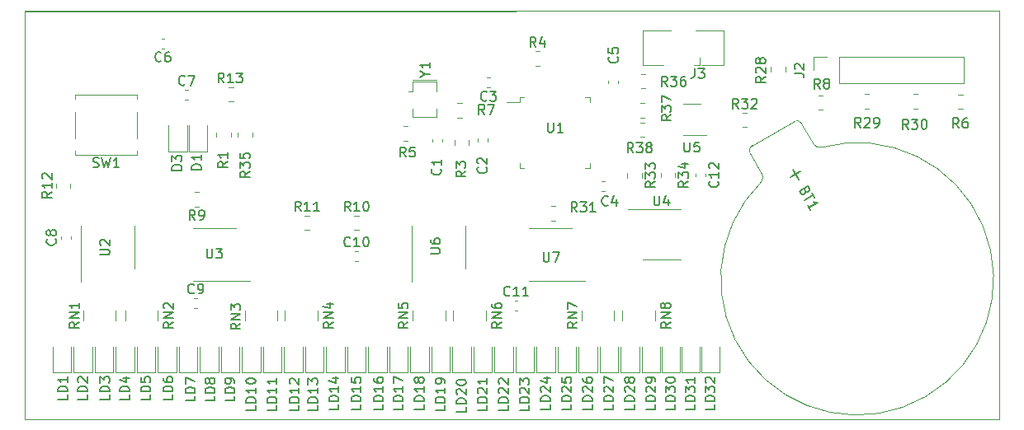
<source format=gbr>
%TF.GenerationSoftware,KiCad,Pcbnew,(5.1.7)-1*%
%TF.CreationDate,2020-10-28T13:08:50+04:00*%
%TF.ProjectId,stm32-home-light,73746d33-322d-4686-9f6d-652d6c696768,rev?*%
%TF.SameCoordinates,Original*%
%TF.FileFunction,Legend,Top*%
%TF.FilePolarity,Positive*%
%FSLAX46Y46*%
G04 Gerber Fmt 4.6, Leading zero omitted, Abs format (unit mm)*
G04 Created by KiCad (PCBNEW (5.1.7)-1) date 2020-10-28 13:08:50*
%MOMM*%
%LPD*%
G01*
G04 APERTURE LIST*
%TA.AperFunction,Profile*%
%ADD10C,0.100000*%
%TD*%
%ADD11C,0.120000*%
%ADD12C,0.150000*%
G04 APERTURE END LIST*
D10*
X229760000Y227500000D02*
X229760000Y185500000D01*
X129760000Y227410000D02*
X229760000Y227500000D01*
X129760000Y185500000D02*
X129760000Y227410000D01*
X229760000Y185500000D02*
X129760000Y185500000D01*
X129760000Y185500000D02*
X129760000Y227500000D01*
X129760000Y227500000D02*
X229760000Y227500000D01*
D11*
%TO.C,J3*%
X195298600Y221927400D02*
X193148600Y221927400D01*
X193148600Y225477400D02*
X196048600Y225477400D01*
X201448600Y221927400D02*
X201448600Y225477400D01*
X201448600Y225477400D02*
X198548600Y225477400D01*
X193148600Y221927400D02*
X193148600Y225477400D01*
X199298600Y221927400D02*
X201448600Y221927400D01*
X198998600Y221927400D02*
X198398600Y221927400D01*
X198998600Y222677400D02*
X198998600Y221927400D01*
%TO.C,J2*%
X210700600Y221390200D02*
X210700600Y222720200D01*
X210700600Y222720200D02*
X212030600Y222720200D01*
X213300600Y222720200D02*
X226060600Y222720200D01*
X226060600Y220060200D02*
X226060600Y222720200D01*
X213300600Y220060200D02*
X226060600Y220060200D01*
X213300600Y220060200D02*
X213300600Y222720200D01*
%TO.C,R28*%
X207787200Y221239336D02*
X207787200Y221693464D01*
X206317200Y221239336D02*
X206317200Y221693464D01*
%TO.C,BT1*%
X208700064Y216125352D02*
X204369936Y213625352D01*
X204168623Y212874038D02*
X205393623Y210752276D01*
X210676377Y213802276D02*
X209451377Y215924038D01*
X204168622Y212874038D02*
G75*
G02*
X204369936Y213625352I476314J275000D01*
G01*
X209451378Y215924038D02*
G75*
G03*
X208700064Y216125352I-476314J-275000D01*
G01*
X211456133Y213438669D02*
G75*
G02*
X210676377Y213802276I-130236J738607D01*
G01*
X205318637Y209895184D02*
G75*
G03*
X205393623Y210752276I-574534J482092D01*
G01*
X222146679Y187804670D02*
G75*
G03*
X211433409Y213431058I-6986679J12131744D01*
G01*
X222173059Y187819901D02*
G75*
G02*
X205336591Y209911058I-7013059J12116513D01*
G01*
%TO.C,SW1*%
X141241200Y213101400D02*
X141241200Y212651400D01*
X134941200Y212651400D02*
X134941200Y213101400D01*
X141241200Y212651400D02*
X134941200Y212651400D01*
X134941200Y214401400D02*
X134941200Y217101400D01*
X141241200Y217101400D02*
X141241200Y214401400D01*
X134941200Y218851400D02*
X134941200Y218451400D01*
X141241200Y218851400D02*
X134941200Y218851400D01*
X141241200Y218401400D02*
X141241200Y218851400D01*
%TO.C,R36*%
X193412764Y221007600D02*
X192958636Y221007600D01*
X193412764Y219537600D02*
X192958636Y219537600D01*
%TO.C,R35*%
X153101000Y214531836D02*
X153101000Y214985964D01*
X151631000Y214531836D02*
X151631000Y214985964D01*
%TO.C,R32*%
X203395436Y215515000D02*
X203849564Y215515000D01*
X203395436Y216985000D02*
X203849564Y216985000D01*
%TO.C,R31*%
X183738436Y205923200D02*
X184192564Y205923200D01*
X183738436Y207393200D02*
X184192564Y207393200D01*
%TO.C,R30*%
X220924036Y217429400D02*
X221378164Y217429400D01*
X220924036Y218899400D02*
X221378164Y218899400D01*
%TO.C,R29*%
X215943736Y217429400D02*
X216397864Y217429400D01*
X215943736Y218899400D02*
X216397864Y218899400D01*
%TO.C,R13*%
X151149564Y219635000D02*
X150695436Y219635000D01*
X151149564Y218165000D02*
X150695436Y218165000D01*
%TO.C,R12*%
X134432000Y209299436D02*
X134432000Y209753564D01*
X132962000Y209299436D02*
X132962000Y209753564D01*
%TO.C,R8*%
X211168536Y217327800D02*
X211622664Y217327800D01*
X211168536Y218797800D02*
X211622664Y218797800D01*
%TO.C,R6*%
X225543036Y217404000D02*
X225997164Y217404000D01*
X225543036Y218874000D02*
X225997164Y218874000D01*
%TO.C,R5*%
X168600036Y214127400D02*
X169054164Y214127400D01*
X168600036Y215597400D02*
X169054164Y215597400D01*
%TO.C,R4*%
X182134436Y221849000D02*
X182588564Y221849000D01*
X182134436Y223319000D02*
X182588564Y223319000D01*
%TO.C,R3*%
X173830600Y214176964D02*
X173830600Y213722836D01*
X175300600Y214176964D02*
X175300600Y213722836D01*
%TO.C,R1*%
X150891200Y214531836D02*
X150891200Y214985964D01*
X149421200Y214531836D02*
X149421200Y214985964D01*
%TO.C,D3*%
X146391800Y213048100D02*
X146391800Y215733100D01*
X144471800Y213048100D02*
X146391800Y213048100D01*
X144471800Y215733100D02*
X144471800Y213048100D01*
%TO.C,D1*%
X148474600Y213048100D02*
X148474600Y215733100D01*
X146554600Y213048100D02*
X148474600Y213048100D01*
X146554600Y215733100D02*
X146554600Y213048100D01*
%TO.C,C7*%
X146194420Y218340000D02*
X146475580Y218340000D01*
X146194420Y219360000D02*
X146475580Y219360000D01*
%TO.C,C6*%
X144050580Y224635000D02*
X143769420Y224635000D01*
X144050580Y223615000D02*
X143769420Y223615000D01*
%TO.C,C1*%
X171566400Y214278780D02*
X171566400Y213997620D01*
X172586400Y214278780D02*
X172586400Y213997620D01*
%TO.C,Y1*%
X169955600Y220393000D02*
X169555600Y220393000D01*
X169955600Y220193000D02*
X169555600Y220193000D01*
X169955600Y216593000D02*
X169555600Y216593000D01*
X171955600Y220393000D02*
X169955600Y220393000D01*
X169555600Y219193000D02*
X169155600Y219193000D01*
X169555600Y219193000D02*
X169555600Y220193000D01*
X169955600Y220193000D02*
X171955600Y220193000D01*
X171955600Y220193000D02*
X171955600Y219193000D01*
X171955600Y217393000D02*
X171955600Y216593000D01*
X171955600Y216593000D02*
X169955600Y216593000D01*
X169555600Y216593000D02*
X169555600Y217393000D01*
%TO.C,R7*%
X174137236Y216515000D02*
X174591364Y216515000D01*
X174137236Y217985000D02*
X174591364Y217985000D01*
%TO.C,C5*%
X189625800Y220311580D02*
X189625800Y220030420D01*
X190645800Y220311580D02*
X190645800Y220030420D01*
%TO.C,C4*%
X189234980Y209987600D02*
X188953820Y209987600D01*
X189234980Y208967600D02*
X188953820Y208967600D01*
%TO.C,C3*%
X177461780Y220604800D02*
X177180620Y220604800D01*
X177461780Y219584800D02*
X177180620Y219584800D01*
%TO.C,C2*%
X177234600Y214048420D02*
X177234600Y214329580D01*
X176214600Y214048420D02*
X176214600Y214329580D01*
%TO.C,U4*%
X195074600Y207084600D02*
X191624600Y207084600D01*
X195074600Y207084600D02*
X197024600Y207084600D01*
X195074600Y201964600D02*
X193124600Y201964600D01*
X195074600Y201964600D02*
X197024600Y201964600D01*
%TO.C,R34*%
X194988800Y210824164D02*
X194988800Y210370036D01*
X196458800Y210824164D02*
X196458800Y210370036D01*
%TO.C,R33*%
X191585200Y210798764D02*
X191585200Y210344636D01*
X193055200Y210798764D02*
X193055200Y210344636D01*
%TO.C,C12*%
X198541200Y210735780D02*
X198541200Y210454620D01*
X199561200Y210735780D02*
X199561200Y210454620D01*
%TO.C,U5*%
X197270000Y214715400D02*
X199720000Y214715400D01*
X199070000Y217935400D02*
X197270000Y217935400D01*
%TO.C,R38*%
X192878636Y214508400D02*
X193332764Y214508400D01*
X192878636Y215978400D02*
X193332764Y215978400D01*
%TO.C,R37*%
X192882436Y216515000D02*
X193336564Y216515000D01*
X192882436Y217985000D02*
X193336564Y217985000D01*
%TO.C,RN1*%
X135719000Y195657000D02*
X135719000Y196657000D01*
X139079000Y195657000D02*
X139079000Y196657000D01*
%TO.C,RN2*%
X140037000Y195657000D02*
X140037000Y196657000D01*
X143397000Y195657000D02*
X143397000Y196657000D01*
%TO.C,RN3*%
X152337000Y195657000D02*
X152337000Y196657000D01*
X155697000Y195657000D02*
X155697000Y196657000D01*
%TO.C,RN4*%
X156458000Y195657000D02*
X156458000Y196657000D01*
X159818000Y195657000D02*
X159818000Y196657000D01*
%TO.C,RN5*%
X169539000Y195657000D02*
X169539000Y196657000D01*
X172899000Y195657000D02*
X172899000Y196657000D01*
%TO.C,RN6*%
X173730000Y195657000D02*
X173730000Y196657000D01*
X177090000Y195657000D02*
X177090000Y196657000D01*
%TO.C,RN7*%
X186881000Y195668000D02*
X186881000Y196668000D01*
X190241000Y195668000D02*
X190241000Y196668000D01*
%TO.C,RN8*%
X191072000Y195668000D02*
X191072000Y196668000D01*
X194432000Y195668000D02*
X194432000Y196668000D01*
%TO.C,R11*%
X158488936Y204958000D02*
X158943064Y204958000D01*
X158488936Y206428000D02*
X158943064Y206428000D01*
%TO.C,R10*%
X163568936Y204958000D02*
X164023064Y204958000D01*
X163568936Y206428000D02*
X164023064Y206428000D01*
%TO.C,R9*%
X147616564Y208841000D02*
X147162436Y208841000D01*
X147616564Y207371000D02*
X147162436Y207371000D01*
%TO.C,C11*%
X180025420Y196674000D02*
X180306580Y196674000D01*
X180025420Y197694000D02*
X180306580Y197694000D01*
%TO.C,C10*%
X163642420Y201754000D02*
X163923580Y201754000D01*
X163642420Y202774000D02*
X163923580Y202774000D01*
%TO.C,C9*%
X147145420Y196928000D02*
X147426580Y196928000D01*
X147145420Y197948000D02*
X147426580Y197948000D01*
%TO.C,C8*%
X134461000Y204041420D02*
X134461000Y204322580D01*
X133441000Y204041420D02*
X133441000Y204322580D01*
%TO.C,U7*%
X183676500Y199682000D02*
X187276500Y199682000D01*
X183676500Y199682000D02*
X181476500Y199682000D01*
X183676500Y205152000D02*
X185876500Y205152000D01*
X183676500Y205152000D02*
X181476500Y205152000D01*
%TO.C,U6*%
X169469000Y203211500D02*
X169469000Y199611500D01*
X169469000Y203211500D02*
X169469000Y205411500D01*
X174939000Y203211500D02*
X174939000Y201011500D01*
X174939000Y203211500D02*
X174939000Y205411500D01*
%TO.C,U3*%
X149259500Y199697000D02*
X152859500Y199697000D01*
X149259500Y199697000D02*
X147059500Y199697000D01*
X149259500Y205167000D02*
X151459500Y205167000D01*
X149259500Y205167000D02*
X147059500Y205167000D01*
%TO.C,U2*%
X135534000Y203221500D02*
X135534000Y199621500D01*
X135534000Y203221500D02*
X135534000Y205421500D01*
X141004000Y203221500D02*
X141004000Y201021500D01*
X141004000Y203221500D02*
X141004000Y205421500D01*
%TO.C,U1*%
X180506000Y218124000D02*
X179216000Y218124000D01*
X180506000Y218574000D02*
X180506000Y218124000D01*
X180956000Y218574000D02*
X180506000Y218574000D01*
X187726000Y218574000D02*
X187726000Y218124000D01*
X187276000Y218574000D02*
X187726000Y218574000D01*
X180506000Y211354000D02*
X180506000Y211804000D01*
X180956000Y211354000D02*
X180506000Y211354000D01*
X187726000Y211354000D02*
X187726000Y211804000D01*
X187276000Y211354000D02*
X187726000Y211354000D01*
%TO.C,LD1*%
X132610000Y192977000D02*
X132610000Y190292000D01*
X132610000Y190292000D02*
X134530000Y190292000D01*
X134530000Y190292000D02*
X134530000Y192977000D01*
%TO.C,LD2*%
X136689000Y190301000D02*
X136689000Y192986000D01*
X134769000Y190301000D02*
X136689000Y190301000D01*
X134769000Y192986000D02*
X134769000Y190301000D01*
%TO.C,LD3*%
X136928000Y192986000D02*
X136928000Y190301000D01*
X136928000Y190301000D02*
X138848000Y190301000D01*
X138848000Y190301000D02*
X138848000Y192986000D01*
%TO.C,LD4*%
X141007000Y190301000D02*
X141007000Y192986000D01*
X139087000Y190301000D02*
X141007000Y190301000D01*
X139087000Y192986000D02*
X139087000Y190301000D01*
%TO.C,LD5*%
X143166000Y190301000D02*
X143166000Y192986000D01*
X141246000Y190301000D02*
X143166000Y190301000D01*
X141246000Y192986000D02*
X141246000Y190301000D01*
%TO.C,LD6*%
X143405000Y192986000D02*
X143405000Y190301000D01*
X143405000Y190301000D02*
X145325000Y190301000D01*
X145325000Y190301000D02*
X145325000Y192986000D01*
%TO.C,LD7*%
X147484000Y190301000D02*
X147484000Y192986000D01*
X145564000Y190301000D02*
X147484000Y190301000D01*
X145564000Y192986000D02*
X145564000Y190301000D01*
%TO.C,LD8*%
X147723000Y192986000D02*
X147723000Y190301000D01*
X147723000Y190301000D02*
X149643000Y190301000D01*
X149643000Y190301000D02*
X149643000Y192986000D01*
%TO.C,LD9*%
X151802000Y190301000D02*
X151802000Y192986000D01*
X149882000Y190301000D02*
X151802000Y190301000D01*
X149882000Y192986000D02*
X149882000Y190301000D01*
%TO.C,LD10*%
X152041000Y192977000D02*
X152041000Y190292000D01*
X152041000Y190292000D02*
X153961000Y190292000D01*
X153961000Y190292000D02*
X153961000Y192977000D01*
%TO.C,LD11*%
X156120000Y190301000D02*
X156120000Y192986000D01*
X154200000Y190301000D02*
X156120000Y190301000D01*
X154200000Y192986000D02*
X154200000Y190301000D01*
%TO.C,LD12*%
X156359000Y192986000D02*
X156359000Y190301000D01*
X156359000Y190301000D02*
X158279000Y190301000D01*
X158279000Y190301000D02*
X158279000Y192986000D01*
%TO.C,LD13*%
X160438000Y190301000D02*
X160438000Y192986000D01*
X158518000Y190301000D02*
X160438000Y190301000D01*
X158518000Y192986000D02*
X158518000Y190301000D01*
%TO.C,LD14*%
X160677000Y192986000D02*
X160677000Y190301000D01*
X160677000Y190301000D02*
X162597000Y190301000D01*
X162597000Y190301000D02*
X162597000Y192986000D01*
%TO.C,LD15*%
X164756000Y190292000D02*
X164756000Y192977000D01*
X162836000Y190292000D02*
X164756000Y190292000D01*
X162836000Y192977000D02*
X162836000Y190292000D01*
%TO.C,LD16*%
X164995000Y192986000D02*
X164995000Y190301000D01*
X164995000Y190301000D02*
X166915000Y190301000D01*
X166915000Y190301000D02*
X166915000Y192986000D01*
%TO.C,LD17*%
X169074000Y190283000D02*
X169074000Y192968000D01*
X167154000Y190283000D02*
X169074000Y190283000D01*
X167154000Y192968000D02*
X167154000Y190283000D01*
%TO.C,LD18*%
X169313000Y192968000D02*
X169313000Y190283000D01*
X169313000Y190283000D02*
X171233000Y190283000D01*
X171233000Y190283000D02*
X171233000Y192968000D01*
%TO.C,LD19*%
X173392000Y190283000D02*
X173392000Y192968000D01*
X171472000Y190283000D02*
X173392000Y190283000D01*
X171472000Y192968000D02*
X171472000Y190283000D01*
%TO.C,LD20*%
X173631000Y192977000D02*
X173631000Y190292000D01*
X173631000Y190292000D02*
X175551000Y190292000D01*
X175551000Y190292000D02*
X175551000Y192977000D01*
%TO.C,LD21*%
X177710000Y190301000D02*
X177710000Y192986000D01*
X175790000Y190301000D02*
X177710000Y190301000D01*
X175790000Y192986000D02*
X175790000Y190301000D01*
%TO.C,LD22*%
X177949000Y192968000D02*
X177949000Y190283000D01*
X177949000Y190283000D02*
X179869000Y190283000D01*
X179869000Y190283000D02*
X179869000Y192968000D01*
%TO.C,LD23*%
X182028000Y190283000D02*
X182028000Y192968000D01*
X180108000Y190283000D02*
X182028000Y190283000D01*
X180108000Y192968000D02*
X180108000Y190283000D01*
%TO.C,LD24*%
X182267000Y192986000D02*
X182267000Y190301000D01*
X182267000Y190301000D02*
X184187000Y190301000D01*
X184187000Y190301000D02*
X184187000Y192986000D01*
%TO.C,LD25*%
X186346000Y190283000D02*
X186346000Y192968000D01*
X184426000Y190283000D02*
X186346000Y190283000D01*
X184426000Y192968000D02*
X184426000Y190283000D01*
%TO.C,LD26*%
X186585000Y192968000D02*
X186585000Y190283000D01*
X186585000Y190283000D02*
X188505000Y190283000D01*
X188505000Y190283000D02*
X188505000Y192968000D01*
%TO.C,LD27*%
X190664000Y190292000D02*
X190664000Y192977000D01*
X188744000Y190292000D02*
X190664000Y190292000D01*
X188744000Y192977000D02*
X188744000Y190292000D01*
%TO.C,LD28*%
X190903000Y192977000D02*
X190903000Y190292000D01*
X190903000Y190292000D02*
X192823000Y190292000D01*
X192823000Y190292000D02*
X192823000Y192977000D01*
%TO.C,LD29*%
X194982000Y190301000D02*
X194982000Y192986000D01*
X193062000Y190301000D02*
X194982000Y190301000D01*
X193062000Y192986000D02*
X193062000Y190301000D01*
%TO.C,LD30*%
X195094000Y192968000D02*
X195094000Y190283000D01*
X195094000Y190283000D02*
X197014000Y190283000D01*
X197014000Y190283000D02*
X197014000Y192968000D01*
%TO.C,LD31*%
X199046000Y190283000D02*
X199046000Y192968000D01*
X197126000Y190283000D02*
X199046000Y190283000D01*
X197126000Y192968000D02*
X197126000Y190283000D01*
%TO.C,LD32*%
X199158000Y192986000D02*
X199158000Y190301000D01*
X199158000Y190301000D02*
X201078000Y190301000D01*
X201078000Y190301000D02*
X201078000Y192986000D01*
%TD*%
%TO.C,J3*%
D12*
X198478866Y221544619D02*
X198478866Y220830333D01*
X198431247Y220687476D01*
X198336009Y220592238D01*
X198193152Y220544619D01*
X198097914Y220544619D01*
X198859819Y221544619D02*
X199478866Y221544619D01*
X199145533Y221163666D01*
X199288390Y221163666D01*
X199383628Y221116047D01*
X199431247Y221068428D01*
X199478866Y220973190D01*
X199478866Y220735095D01*
X199431247Y220639857D01*
X199383628Y220592238D01*
X199288390Y220544619D01*
X199002676Y220544619D01*
X198907438Y220592238D01*
X198859819Y220639857D01*
%TO.C,J2*%
X208712980Y221056866D02*
X209427266Y221056866D01*
X209570123Y221009247D01*
X209665361Y220914009D01*
X209712980Y220771152D01*
X209712980Y220675914D01*
X208808219Y221485438D02*
X208760600Y221533057D01*
X208712980Y221628295D01*
X208712980Y221866390D01*
X208760600Y221961628D01*
X208808219Y222009247D01*
X208903457Y222056866D01*
X208998695Y222056866D01*
X209141552Y222009247D01*
X209712980Y221437819D01*
X209712980Y222056866D01*
%TO.C,R28*%
X205751980Y220720042D02*
X205275790Y220386709D01*
X205751980Y220148614D02*
X204751980Y220148614D01*
X204751980Y220529566D01*
X204799600Y220624804D01*
X204847219Y220672423D01*
X204942457Y220720042D01*
X205085314Y220720042D01*
X205180552Y220672423D01*
X205228171Y220624804D01*
X205275790Y220529566D01*
X205275790Y220148614D01*
X204847219Y221100995D02*
X204799600Y221148614D01*
X204751980Y221243852D01*
X204751980Y221481947D01*
X204799600Y221577185D01*
X204847219Y221624804D01*
X204942457Y221672423D01*
X205037695Y221672423D01*
X205180552Y221624804D01*
X205751980Y221053376D01*
X205751980Y221672423D01*
X205180552Y222243852D02*
X205132933Y222148614D01*
X205085314Y222100995D01*
X204990076Y222053376D01*
X204942457Y222053376D01*
X204847219Y222100995D01*
X204799600Y222148614D01*
X204751980Y222243852D01*
X204751980Y222434328D01*
X204799600Y222529566D01*
X204847219Y222577185D01*
X204942457Y222624804D01*
X204990076Y222624804D01*
X205085314Y222577185D01*
X205132933Y222529566D01*
X205180552Y222434328D01*
X205180552Y222243852D01*
X205228171Y222148614D01*
X205275790Y222100995D01*
X205371028Y222053376D01*
X205561504Y222053376D01*
X205656742Y222100995D01*
X205704361Y222148614D01*
X205751980Y222243852D01*
X205751980Y222434328D01*
X205704361Y222529566D01*
X205656742Y222577185D01*
X205561504Y222624804D01*
X205371028Y222624804D01*
X205275790Y222577185D01*
X205228171Y222529566D01*
X205180552Y222434328D01*
%TO.C,BT1*%
X209827022Y208960658D02*
X209857212Y208813131D01*
X209839782Y208748082D01*
X209781113Y208659224D01*
X209657395Y208587795D01*
X209551107Y208581415D01*
X209486058Y208598845D01*
X209397199Y208657514D01*
X209206723Y208987429D01*
X210072749Y209487429D01*
X210239415Y209198754D01*
X210245795Y209092465D01*
X210228365Y209027417D01*
X210169696Y208938558D01*
X210087218Y208890939D01*
X209980929Y208884559D01*
X209915881Y208901989D01*
X209827022Y208960658D01*
X209660356Y209249333D01*
X210501320Y208745121D02*
X210787034Y208250250D01*
X209778152Y207997685D02*
X210644177Y208497685D01*
X210349580Y207007942D02*
X210063866Y207502814D01*
X210206723Y207255378D02*
X211072749Y207755378D01*
X210901412Y207766428D01*
X210771314Y207801287D01*
X210682456Y207859957D01*
X208556497Y211159730D02*
X209127925Y210169986D01*
X208347339Y210379144D02*
X209337083Y210950572D01*
%TO.C,SW1*%
X136757866Y211446638D02*
X136900723Y211399019D01*
X137138819Y211399019D01*
X137234057Y211446638D01*
X137281676Y211494257D01*
X137329295Y211589495D01*
X137329295Y211684733D01*
X137281676Y211779971D01*
X137234057Y211827590D01*
X137138819Y211875209D01*
X136948342Y211922828D01*
X136853104Y211970447D01*
X136805485Y212018066D01*
X136757866Y212113304D01*
X136757866Y212208542D01*
X136805485Y212303780D01*
X136853104Y212351400D01*
X136948342Y212399019D01*
X137186438Y212399019D01*
X137329295Y212351400D01*
X137662628Y212399019D02*
X137900723Y211399019D01*
X138091200Y212113304D01*
X138281676Y211399019D01*
X138519771Y212399019D01*
X139424533Y211399019D02*
X138853104Y211399019D01*
X139138819Y211399019D02*
X139138819Y212399019D01*
X139043580Y212256161D01*
X138948342Y212160923D01*
X138853104Y212113304D01*
%TO.C,R36*%
X195690542Y219744019D02*
X195357209Y220220209D01*
X195119114Y219744019D02*
X195119114Y220744019D01*
X195500066Y220744019D01*
X195595304Y220696400D01*
X195642923Y220648780D01*
X195690542Y220553542D01*
X195690542Y220410685D01*
X195642923Y220315447D01*
X195595304Y220267828D01*
X195500066Y220220209D01*
X195119114Y220220209D01*
X196023876Y220744019D02*
X196642923Y220744019D01*
X196309590Y220363066D01*
X196452447Y220363066D01*
X196547685Y220315447D01*
X196595304Y220267828D01*
X196642923Y220172590D01*
X196642923Y219934495D01*
X196595304Y219839257D01*
X196547685Y219791638D01*
X196452447Y219744019D01*
X196166733Y219744019D01*
X196071495Y219791638D01*
X196023876Y219839257D01*
X197500066Y220744019D02*
X197309590Y220744019D01*
X197214352Y220696400D01*
X197166733Y220648780D01*
X197071495Y220505923D01*
X197023876Y220315447D01*
X197023876Y219934495D01*
X197071495Y219839257D01*
X197119114Y219791638D01*
X197214352Y219744019D01*
X197404828Y219744019D01*
X197500066Y219791638D01*
X197547685Y219839257D01*
X197595304Y219934495D01*
X197595304Y220172590D01*
X197547685Y220267828D01*
X197500066Y220315447D01*
X197404828Y220363066D01*
X197214352Y220363066D01*
X197119114Y220315447D01*
X197071495Y220267828D01*
X197023876Y220172590D01*
%TO.C,R35*%
X152843780Y210968342D02*
X152367590Y210635009D01*
X152843780Y210396914D02*
X151843780Y210396914D01*
X151843780Y210777866D01*
X151891400Y210873104D01*
X151939019Y210920723D01*
X152034257Y210968342D01*
X152177114Y210968342D01*
X152272352Y210920723D01*
X152319971Y210873104D01*
X152367590Y210777866D01*
X152367590Y210396914D01*
X151843780Y211301676D02*
X151843780Y211920723D01*
X152224733Y211587390D01*
X152224733Y211730247D01*
X152272352Y211825485D01*
X152319971Y211873104D01*
X152415209Y211920723D01*
X152653304Y211920723D01*
X152748542Y211873104D01*
X152796161Y211825485D01*
X152843780Y211730247D01*
X152843780Y211444533D01*
X152796161Y211349295D01*
X152748542Y211301676D01*
X151843780Y212825485D02*
X151843780Y212349295D01*
X152319971Y212301676D01*
X152272352Y212349295D01*
X152224733Y212444533D01*
X152224733Y212682628D01*
X152272352Y212777866D01*
X152319971Y212825485D01*
X152415209Y212873104D01*
X152653304Y212873104D01*
X152748542Y212825485D01*
X152796161Y212777866D01*
X152843780Y212682628D01*
X152843780Y212444533D01*
X152796161Y212349295D01*
X152748542Y212301676D01*
%TO.C,R32*%
X202979642Y217447619D02*
X202646309Y217923809D01*
X202408214Y217447619D02*
X202408214Y218447619D01*
X202789166Y218447619D01*
X202884404Y218400000D01*
X202932023Y218352380D01*
X202979642Y218257142D01*
X202979642Y218114285D01*
X202932023Y218019047D01*
X202884404Y217971428D01*
X202789166Y217923809D01*
X202408214Y217923809D01*
X203312976Y218447619D02*
X203932023Y218447619D01*
X203598690Y218066666D01*
X203741547Y218066666D01*
X203836785Y218019047D01*
X203884404Y217971428D01*
X203932023Y217876190D01*
X203932023Y217638095D01*
X203884404Y217542857D01*
X203836785Y217495238D01*
X203741547Y217447619D01*
X203455833Y217447619D01*
X203360595Y217495238D01*
X203312976Y217542857D01*
X204312976Y218352380D02*
X204360595Y218400000D01*
X204455833Y218447619D01*
X204693928Y218447619D01*
X204789166Y218400000D01*
X204836785Y218352380D01*
X204884404Y218257142D01*
X204884404Y218161904D01*
X204836785Y218019047D01*
X204265357Y217447619D01*
X204884404Y217447619D01*
%TO.C,R31*%
X186419542Y206815419D02*
X186086209Y207291609D01*
X185848114Y206815419D02*
X185848114Y207815419D01*
X186229066Y207815419D01*
X186324304Y207767800D01*
X186371923Y207720180D01*
X186419542Y207624942D01*
X186419542Y207482085D01*
X186371923Y207386847D01*
X186324304Y207339228D01*
X186229066Y207291609D01*
X185848114Y207291609D01*
X186752876Y207815419D02*
X187371923Y207815419D01*
X187038590Y207434466D01*
X187181447Y207434466D01*
X187276685Y207386847D01*
X187324304Y207339228D01*
X187371923Y207243990D01*
X187371923Y207005895D01*
X187324304Y206910657D01*
X187276685Y206863038D01*
X187181447Y206815419D01*
X186895733Y206815419D01*
X186800495Y206863038D01*
X186752876Y206910657D01*
X188324304Y206815419D02*
X187752876Y206815419D01*
X188038590Y206815419D02*
X188038590Y207815419D01*
X187943352Y207672561D01*
X187848114Y207577323D01*
X187752876Y207529704D01*
%TO.C,R30*%
X220404742Y215324419D02*
X220071409Y215800609D01*
X219833314Y215324419D02*
X219833314Y216324419D01*
X220214266Y216324419D01*
X220309504Y216276800D01*
X220357123Y216229180D01*
X220404742Y216133942D01*
X220404742Y215991085D01*
X220357123Y215895847D01*
X220309504Y215848228D01*
X220214266Y215800609D01*
X219833314Y215800609D01*
X220738076Y216324419D02*
X221357123Y216324419D01*
X221023790Y215943466D01*
X221166647Y215943466D01*
X221261885Y215895847D01*
X221309504Y215848228D01*
X221357123Y215752990D01*
X221357123Y215514895D01*
X221309504Y215419657D01*
X221261885Y215372038D01*
X221166647Y215324419D01*
X220880933Y215324419D01*
X220785695Y215372038D01*
X220738076Y215419657D01*
X221976171Y216324419D02*
X222071409Y216324419D01*
X222166647Y216276800D01*
X222214266Y216229180D01*
X222261885Y216133942D01*
X222309504Y215943466D01*
X222309504Y215705371D01*
X222261885Y215514895D01*
X222214266Y215419657D01*
X222166647Y215372038D01*
X222071409Y215324419D01*
X221976171Y215324419D01*
X221880933Y215372038D01*
X221833314Y215419657D01*
X221785695Y215514895D01*
X221738076Y215705371D01*
X221738076Y215943466D01*
X221785695Y216133942D01*
X221833314Y216229180D01*
X221880933Y216276800D01*
X221976171Y216324419D01*
%TO.C,R29*%
X215527942Y215502219D02*
X215194609Y215978409D01*
X214956514Y215502219D02*
X214956514Y216502219D01*
X215337466Y216502219D01*
X215432704Y216454600D01*
X215480323Y216406980D01*
X215527942Y216311742D01*
X215527942Y216168885D01*
X215480323Y216073647D01*
X215432704Y216026028D01*
X215337466Y215978409D01*
X214956514Y215978409D01*
X215908895Y216406980D02*
X215956514Y216454600D01*
X216051752Y216502219D01*
X216289847Y216502219D01*
X216385085Y216454600D01*
X216432704Y216406980D01*
X216480323Y216311742D01*
X216480323Y216216504D01*
X216432704Y216073647D01*
X215861276Y215502219D01*
X216480323Y215502219D01*
X216956514Y215502219D02*
X217146990Y215502219D01*
X217242228Y215549838D01*
X217289847Y215597457D01*
X217385085Y215740314D01*
X217432704Y215930790D01*
X217432704Y216311742D01*
X217385085Y216406980D01*
X217337466Y216454600D01*
X217242228Y216502219D01*
X217051752Y216502219D01*
X216956514Y216454600D01*
X216908895Y216406980D01*
X216861276Y216311742D01*
X216861276Y216073647D01*
X216908895Y215978409D01*
X216956514Y215930790D01*
X217051752Y215883171D01*
X217242228Y215883171D01*
X217337466Y215930790D01*
X217385085Y215978409D01*
X217432704Y216073647D01*
%TO.C,R13*%
X150178042Y220098619D02*
X149844709Y220574809D01*
X149606614Y220098619D02*
X149606614Y221098619D01*
X149987566Y221098619D01*
X150082804Y221051000D01*
X150130423Y221003380D01*
X150178042Y220908142D01*
X150178042Y220765285D01*
X150130423Y220670047D01*
X150082804Y220622428D01*
X149987566Y220574809D01*
X149606614Y220574809D01*
X151130423Y220098619D02*
X150558995Y220098619D01*
X150844709Y220098619D02*
X150844709Y221098619D01*
X150749471Y220955761D01*
X150654233Y220860523D01*
X150558995Y220812904D01*
X151463757Y221098619D02*
X152082804Y221098619D01*
X151749471Y220717666D01*
X151892328Y220717666D01*
X151987566Y220670047D01*
X152035185Y220622428D01*
X152082804Y220527190D01*
X152082804Y220289095D01*
X152035185Y220193857D01*
X151987566Y220146238D01*
X151892328Y220098619D01*
X151606614Y220098619D01*
X151511376Y220146238D01*
X151463757Y220193857D01*
%TO.C,R12*%
X132499380Y208883642D02*
X132023190Y208550309D01*
X132499380Y208312214D02*
X131499380Y208312214D01*
X131499380Y208693166D01*
X131547000Y208788404D01*
X131594619Y208836023D01*
X131689857Y208883642D01*
X131832714Y208883642D01*
X131927952Y208836023D01*
X131975571Y208788404D01*
X132023190Y208693166D01*
X132023190Y208312214D01*
X132499380Y209836023D02*
X132499380Y209264595D01*
X132499380Y209550309D02*
X131499380Y209550309D01*
X131642238Y209455071D01*
X131737476Y209359833D01*
X131785095Y209264595D01*
X131594619Y210216976D02*
X131547000Y210264595D01*
X131499380Y210359833D01*
X131499380Y210597928D01*
X131547000Y210693166D01*
X131594619Y210740785D01*
X131689857Y210788404D01*
X131785095Y210788404D01*
X131927952Y210740785D01*
X132499380Y210169357D01*
X132499380Y210788404D01*
%TO.C,R8*%
X211354033Y219490019D02*
X211020700Y219966209D01*
X210782604Y219490019D02*
X210782604Y220490019D01*
X211163557Y220490019D01*
X211258795Y220442400D01*
X211306414Y220394780D01*
X211354033Y220299542D01*
X211354033Y220156685D01*
X211306414Y220061447D01*
X211258795Y220013828D01*
X211163557Y219966209D01*
X210782604Y219966209D01*
X211925461Y220061447D02*
X211830223Y220109066D01*
X211782604Y220156685D01*
X211734985Y220251923D01*
X211734985Y220299542D01*
X211782604Y220394780D01*
X211830223Y220442400D01*
X211925461Y220490019D01*
X212115938Y220490019D01*
X212211176Y220442400D01*
X212258795Y220394780D01*
X212306414Y220299542D01*
X212306414Y220251923D01*
X212258795Y220156685D01*
X212211176Y220109066D01*
X212115938Y220061447D01*
X211925461Y220061447D01*
X211830223Y220013828D01*
X211782604Y219966209D01*
X211734985Y219870971D01*
X211734985Y219680495D01*
X211782604Y219585257D01*
X211830223Y219537638D01*
X211925461Y219490019D01*
X212115938Y219490019D01*
X212211176Y219537638D01*
X212258795Y219585257D01*
X212306414Y219680495D01*
X212306414Y219870971D01*
X212258795Y219966209D01*
X212211176Y220013828D01*
X212115938Y220061447D01*
%TO.C,R6*%
X225579933Y215451419D02*
X225246600Y215927609D01*
X225008504Y215451419D02*
X225008504Y216451419D01*
X225389457Y216451419D01*
X225484695Y216403800D01*
X225532314Y216356180D01*
X225579933Y216260942D01*
X225579933Y216118085D01*
X225532314Y216022847D01*
X225484695Y215975228D01*
X225389457Y215927609D01*
X225008504Y215927609D01*
X226437076Y216451419D02*
X226246600Y216451419D01*
X226151361Y216403800D01*
X226103742Y216356180D01*
X226008504Y216213323D01*
X225960885Y216022847D01*
X225960885Y215641895D01*
X226008504Y215546657D01*
X226056123Y215499038D01*
X226151361Y215451419D01*
X226341838Y215451419D01*
X226437076Y215499038D01*
X226484695Y215546657D01*
X226532314Y215641895D01*
X226532314Y215879990D01*
X226484695Y215975228D01*
X226437076Y216022847D01*
X226341838Y216070466D01*
X226151361Y216070466D01*
X226056123Y216022847D01*
X226008504Y215975228D01*
X225960885Y215879990D01*
%TO.C,R5*%
X168861733Y212479619D02*
X168528400Y212955809D01*
X168290304Y212479619D02*
X168290304Y213479619D01*
X168671257Y213479619D01*
X168766495Y213432000D01*
X168814114Y213384380D01*
X168861733Y213289142D01*
X168861733Y213146285D01*
X168814114Y213051047D01*
X168766495Y213003428D01*
X168671257Y212955809D01*
X168290304Y212955809D01*
X169766495Y213479619D02*
X169290304Y213479619D01*
X169242685Y213003428D01*
X169290304Y213051047D01*
X169385542Y213098666D01*
X169623638Y213098666D01*
X169718876Y213051047D01*
X169766495Y213003428D01*
X169814114Y212908190D01*
X169814114Y212670095D01*
X169766495Y212574857D01*
X169718876Y212527238D01*
X169623638Y212479619D01*
X169385542Y212479619D01*
X169290304Y212527238D01*
X169242685Y212574857D01*
%TO.C,R4*%
X182194833Y223781619D02*
X181861500Y224257809D01*
X181623404Y223781619D02*
X181623404Y224781619D01*
X182004357Y224781619D01*
X182099595Y224734000D01*
X182147214Y224686380D01*
X182194833Y224591142D01*
X182194833Y224448285D01*
X182147214Y224353047D01*
X182099595Y224305428D01*
X182004357Y224257809D01*
X181623404Y224257809D01*
X183051976Y224448285D02*
X183051976Y223781619D01*
X182813880Y224829238D02*
X182575785Y224114952D01*
X183194833Y224114952D01*
%TO.C,R3*%
X174992580Y211014633D02*
X174516390Y210681300D01*
X174992580Y210443204D02*
X173992580Y210443204D01*
X173992580Y210824157D01*
X174040200Y210919395D01*
X174087819Y210967014D01*
X174183057Y211014633D01*
X174325914Y211014633D01*
X174421152Y210967014D01*
X174468771Y210919395D01*
X174516390Y210824157D01*
X174516390Y210443204D01*
X173992580Y211347966D02*
X173992580Y211967014D01*
X174373533Y211633680D01*
X174373533Y211776538D01*
X174421152Y211871776D01*
X174468771Y211919395D01*
X174564009Y211967014D01*
X174802104Y211967014D01*
X174897342Y211919395D01*
X174944961Y211871776D01*
X174992580Y211776538D01*
X174992580Y211490823D01*
X174944961Y211395585D01*
X174897342Y211347966D01*
%TO.C,R1*%
X150583180Y211977933D02*
X150106990Y211644600D01*
X150583180Y211406504D02*
X149583180Y211406504D01*
X149583180Y211787457D01*
X149630800Y211882695D01*
X149678419Y211930314D01*
X149773657Y211977933D01*
X149916514Y211977933D01*
X150011752Y211930314D01*
X150059371Y211882695D01*
X150106990Y211787457D01*
X150106990Y211406504D01*
X150583180Y212930314D02*
X150583180Y212358885D01*
X150583180Y212644600D02*
X149583180Y212644600D01*
X149726038Y212549361D01*
X149821276Y212454123D01*
X149868895Y212358885D01*
%TO.C,D3*%
X145858780Y211101704D02*
X144858780Y211101704D01*
X144858780Y211339800D01*
X144906400Y211482657D01*
X145001638Y211577895D01*
X145096876Y211625514D01*
X145287352Y211673133D01*
X145430209Y211673133D01*
X145620685Y211625514D01*
X145715923Y211577895D01*
X145811161Y211482657D01*
X145858780Y211339800D01*
X145858780Y211101704D01*
X144858780Y212006466D02*
X144858780Y212625514D01*
X145239733Y212292180D01*
X145239733Y212435038D01*
X145287352Y212530276D01*
X145334971Y212577895D01*
X145430209Y212625514D01*
X145668304Y212625514D01*
X145763542Y212577895D01*
X145811161Y212530276D01*
X145858780Y212435038D01*
X145858780Y212149323D01*
X145811161Y212054085D01*
X145763542Y212006466D01*
%TO.C,D1*%
X147865380Y211177904D02*
X146865380Y211177904D01*
X146865380Y211416000D01*
X146913000Y211558857D01*
X147008238Y211654095D01*
X147103476Y211701714D01*
X147293952Y211749333D01*
X147436809Y211749333D01*
X147627285Y211701714D01*
X147722523Y211654095D01*
X147817761Y211558857D01*
X147865380Y211416000D01*
X147865380Y211177904D01*
X147865380Y212701714D02*
X147865380Y212130285D01*
X147865380Y212416000D02*
X146865380Y212416000D01*
X147008238Y212320761D01*
X147103476Y212225523D01*
X147151095Y212130285D01*
%TO.C,C7*%
X146168333Y219922857D02*
X146120714Y219875238D01*
X145977857Y219827619D01*
X145882619Y219827619D01*
X145739761Y219875238D01*
X145644523Y219970476D01*
X145596904Y220065714D01*
X145549285Y220256190D01*
X145549285Y220399047D01*
X145596904Y220589523D01*
X145644523Y220684761D01*
X145739761Y220780000D01*
X145882619Y220827619D01*
X145977857Y220827619D01*
X146120714Y220780000D01*
X146168333Y220732380D01*
X146501666Y220827619D02*
X147168333Y220827619D01*
X146739761Y219827619D01*
%TO.C,C6*%
X143743333Y222337857D02*
X143695714Y222290238D01*
X143552857Y222242619D01*
X143457619Y222242619D01*
X143314761Y222290238D01*
X143219523Y222385476D01*
X143171904Y222480714D01*
X143124285Y222671190D01*
X143124285Y222814047D01*
X143171904Y223004523D01*
X143219523Y223099761D01*
X143314761Y223195000D01*
X143457619Y223242619D01*
X143552857Y223242619D01*
X143695714Y223195000D01*
X143743333Y223147380D01*
X144600476Y223242619D02*
X144410000Y223242619D01*
X144314761Y223195000D01*
X144267142Y223147380D01*
X144171904Y223004523D01*
X144124285Y222814047D01*
X144124285Y222433095D01*
X144171904Y222337857D01*
X144219523Y222290238D01*
X144314761Y222242619D01*
X144505238Y222242619D01*
X144600476Y222290238D01*
X144648095Y222337857D01*
X144695714Y222433095D01*
X144695714Y222671190D01*
X144648095Y222766428D01*
X144600476Y222814047D01*
X144505238Y222861666D01*
X144314761Y222861666D01*
X144219523Y222814047D01*
X144171904Y222766428D01*
X144124285Y222671190D01*
%TO.C,C1*%
X172382742Y211241333D02*
X172430361Y211193714D01*
X172477980Y211050857D01*
X172477980Y210955619D01*
X172430361Y210812761D01*
X172335123Y210717523D01*
X172239885Y210669904D01*
X172049409Y210622285D01*
X171906552Y210622285D01*
X171716076Y210669904D01*
X171620838Y210717523D01*
X171525600Y210812761D01*
X171477980Y210955619D01*
X171477980Y211050857D01*
X171525600Y211193714D01*
X171573219Y211241333D01*
X172477980Y212193714D02*
X172477980Y211622285D01*
X172477980Y211908000D02*
X171477980Y211908000D01*
X171620838Y211812761D01*
X171716076Y211717523D01*
X171763695Y211622285D01*
%TO.C,Y1*%
X170833390Y221009409D02*
X171309580Y221009409D01*
X170309580Y220676076D02*
X170833390Y221009409D01*
X170309580Y221342742D01*
X171309580Y222199885D02*
X171309580Y221628457D01*
X171309580Y221914171D02*
X170309580Y221914171D01*
X170452438Y221818933D01*
X170547676Y221723695D01*
X170595295Y221628457D01*
%TO.C,R7*%
X176917333Y216848419D02*
X176584000Y217324609D01*
X176345904Y216848419D02*
X176345904Y217848419D01*
X176726857Y217848419D01*
X176822095Y217800800D01*
X176869714Y217753180D01*
X176917333Y217657942D01*
X176917333Y217515085D01*
X176869714Y217419847D01*
X176822095Y217372228D01*
X176726857Y217324609D01*
X176345904Y217324609D01*
X177250666Y217848419D02*
X177917333Y217848419D01*
X177488761Y216848419D01*
%TO.C,C5*%
X190543742Y222747533D02*
X190591361Y222699914D01*
X190638980Y222557057D01*
X190638980Y222461819D01*
X190591361Y222318961D01*
X190496123Y222223723D01*
X190400885Y222176104D01*
X190210409Y222128485D01*
X190067552Y222128485D01*
X189877076Y222176104D01*
X189781838Y222223723D01*
X189686600Y222318961D01*
X189638980Y222461819D01*
X189638980Y222557057D01*
X189686600Y222699914D01*
X189734219Y222747533D01*
X189638980Y223652295D02*
X189638980Y223176104D01*
X190115171Y223128485D01*
X190067552Y223176104D01*
X190019933Y223271342D01*
X190019933Y223509438D01*
X190067552Y223604676D01*
X190115171Y223652295D01*
X190210409Y223699914D01*
X190448504Y223699914D01*
X190543742Y223652295D01*
X190591361Y223604676D01*
X190638980Y223509438D01*
X190638980Y223271342D01*
X190591361Y223176104D01*
X190543742Y223128485D01*
%TO.C,C4*%
X189588133Y207545657D02*
X189540514Y207498038D01*
X189397657Y207450419D01*
X189302419Y207450419D01*
X189159561Y207498038D01*
X189064323Y207593276D01*
X189016704Y207688514D01*
X188969085Y207878990D01*
X188969085Y208021847D01*
X189016704Y208212323D01*
X189064323Y208307561D01*
X189159561Y208402800D01*
X189302419Y208450419D01*
X189397657Y208450419D01*
X189540514Y208402800D01*
X189588133Y208355180D01*
X190445276Y208117085D02*
X190445276Y207450419D01*
X190207180Y208498038D02*
X189969085Y207783752D01*
X190588133Y207783752D01*
%TO.C,C3*%
X177154533Y218307657D02*
X177106914Y218260038D01*
X176964057Y218212419D01*
X176868819Y218212419D01*
X176725961Y218260038D01*
X176630723Y218355276D01*
X176583104Y218450514D01*
X176535485Y218640990D01*
X176535485Y218783847D01*
X176583104Y218974323D01*
X176630723Y219069561D01*
X176725961Y219164800D01*
X176868819Y219212419D01*
X176964057Y219212419D01*
X177106914Y219164800D01*
X177154533Y219117180D01*
X177487866Y219212419D02*
X178106914Y219212419D01*
X177773580Y218831466D01*
X177916438Y218831466D01*
X178011676Y218783847D01*
X178059295Y218736228D01*
X178106914Y218640990D01*
X178106914Y218402895D01*
X178059295Y218307657D01*
X178011676Y218260038D01*
X177916438Y218212419D01*
X177630723Y218212419D01*
X177535485Y218260038D01*
X177487866Y218307657D01*
%TO.C,C2*%
X177081742Y211419133D02*
X177129361Y211371514D01*
X177176980Y211228657D01*
X177176980Y211133419D01*
X177129361Y210990561D01*
X177034123Y210895323D01*
X176938885Y210847704D01*
X176748409Y210800085D01*
X176605552Y210800085D01*
X176415076Y210847704D01*
X176319838Y210895323D01*
X176224600Y210990561D01*
X176176980Y211133419D01*
X176176980Y211228657D01*
X176224600Y211371514D01*
X176272219Y211419133D01*
X176272219Y211800085D02*
X176224600Y211847704D01*
X176176980Y211942942D01*
X176176980Y212181038D01*
X176224600Y212276276D01*
X176272219Y212323895D01*
X176367457Y212371514D01*
X176462695Y212371514D01*
X176605552Y212323895D01*
X177176980Y211752466D01*
X177176980Y212371514D01*
%TO.C,U4*%
X194312695Y208472219D02*
X194312695Y207662695D01*
X194360314Y207567457D01*
X194407933Y207519838D01*
X194503171Y207472219D01*
X194693647Y207472219D01*
X194788885Y207519838D01*
X194836504Y207567457D01*
X194884123Y207662695D01*
X194884123Y208472219D01*
X195788885Y208138885D02*
X195788885Y207472219D01*
X195550790Y208519838D02*
X195312695Y207805552D01*
X195931742Y207805552D01*
%TO.C,R34*%
X197826180Y209954242D02*
X197349990Y209620909D01*
X197826180Y209382814D02*
X196826180Y209382814D01*
X196826180Y209763766D01*
X196873800Y209859004D01*
X196921419Y209906623D01*
X197016657Y209954242D01*
X197159514Y209954242D01*
X197254752Y209906623D01*
X197302371Y209859004D01*
X197349990Y209763766D01*
X197349990Y209382814D01*
X196826180Y210287576D02*
X196826180Y210906623D01*
X197207133Y210573290D01*
X197207133Y210716147D01*
X197254752Y210811385D01*
X197302371Y210859004D01*
X197397609Y210906623D01*
X197635704Y210906623D01*
X197730942Y210859004D01*
X197778561Y210811385D01*
X197826180Y210716147D01*
X197826180Y210430433D01*
X197778561Y210335195D01*
X197730942Y210287576D01*
X197159514Y211763766D02*
X197826180Y211763766D01*
X196778561Y211525671D02*
X197492847Y211287576D01*
X197492847Y211906623D01*
%TO.C,R33*%
X194422580Y209928842D02*
X193946390Y209595509D01*
X194422580Y209357414D02*
X193422580Y209357414D01*
X193422580Y209738366D01*
X193470200Y209833604D01*
X193517819Y209881223D01*
X193613057Y209928842D01*
X193755914Y209928842D01*
X193851152Y209881223D01*
X193898771Y209833604D01*
X193946390Y209738366D01*
X193946390Y209357414D01*
X193422580Y210262176D02*
X193422580Y210881223D01*
X193803533Y210547890D01*
X193803533Y210690747D01*
X193851152Y210785985D01*
X193898771Y210833604D01*
X193994009Y210881223D01*
X194232104Y210881223D01*
X194327342Y210833604D01*
X194374961Y210785985D01*
X194422580Y210690747D01*
X194422580Y210405033D01*
X194374961Y210309795D01*
X194327342Y210262176D01*
X193422580Y211214557D02*
X193422580Y211833604D01*
X193803533Y211500271D01*
X193803533Y211643128D01*
X193851152Y211738366D01*
X193898771Y211785985D01*
X193994009Y211833604D01*
X194232104Y211833604D01*
X194327342Y211785985D01*
X194374961Y211738366D01*
X194422580Y211643128D01*
X194422580Y211357414D01*
X194374961Y211262176D01*
X194327342Y211214557D01*
%TO.C,C12*%
X200838342Y209952342D02*
X200885961Y209904723D01*
X200933580Y209761866D01*
X200933580Y209666628D01*
X200885961Y209523771D01*
X200790723Y209428533D01*
X200695485Y209380914D01*
X200505009Y209333295D01*
X200362152Y209333295D01*
X200171676Y209380914D01*
X200076438Y209428533D01*
X199981200Y209523771D01*
X199933580Y209666628D01*
X199933580Y209761866D01*
X199981200Y209904723D01*
X200028819Y209952342D01*
X200933580Y210904723D02*
X200933580Y210333295D01*
X200933580Y210619009D02*
X199933580Y210619009D01*
X200076438Y210523771D01*
X200171676Y210428533D01*
X200219295Y210333295D01*
X200028819Y211285676D02*
X199981200Y211333295D01*
X199933580Y211428533D01*
X199933580Y211666628D01*
X199981200Y211761866D01*
X200028819Y211809485D01*
X200124057Y211857104D01*
X200219295Y211857104D01*
X200362152Y211809485D01*
X200933580Y211238057D01*
X200933580Y211857104D01*
%TO.C,U5*%
X197408095Y213973019D02*
X197408095Y213163495D01*
X197455714Y213068257D01*
X197503333Y213020638D01*
X197598571Y212973019D01*
X197789047Y212973019D01*
X197884285Y213020638D01*
X197931904Y213068257D01*
X197979523Y213163495D01*
X197979523Y213973019D01*
X198931904Y213973019D02*
X198455714Y213973019D01*
X198408095Y213496828D01*
X198455714Y213544447D01*
X198550952Y213592066D01*
X198789047Y213592066D01*
X198884285Y213544447D01*
X198931904Y213496828D01*
X198979523Y213401590D01*
X198979523Y213163495D01*
X198931904Y213068257D01*
X198884285Y213020638D01*
X198789047Y212973019D01*
X198550952Y212973019D01*
X198455714Y213020638D01*
X198408095Y213068257D01*
%TO.C,R38*%
X192185342Y212911419D02*
X191852009Y213387609D01*
X191613914Y212911419D02*
X191613914Y213911419D01*
X191994866Y213911419D01*
X192090104Y213863800D01*
X192137723Y213816180D01*
X192185342Y213720942D01*
X192185342Y213578085D01*
X192137723Y213482847D01*
X192090104Y213435228D01*
X191994866Y213387609D01*
X191613914Y213387609D01*
X192518676Y213911419D02*
X193137723Y213911419D01*
X192804390Y213530466D01*
X192947247Y213530466D01*
X193042485Y213482847D01*
X193090104Y213435228D01*
X193137723Y213339990D01*
X193137723Y213101895D01*
X193090104Y213006657D01*
X193042485Y212959038D01*
X192947247Y212911419D01*
X192661533Y212911419D01*
X192566295Y212959038D01*
X192518676Y213006657D01*
X193709152Y213482847D02*
X193613914Y213530466D01*
X193566295Y213578085D01*
X193518676Y213673323D01*
X193518676Y213720942D01*
X193566295Y213816180D01*
X193613914Y213863800D01*
X193709152Y213911419D01*
X193899628Y213911419D01*
X193994866Y213863800D01*
X194042485Y213816180D01*
X194090104Y213720942D01*
X194090104Y213673323D01*
X194042485Y213578085D01*
X193994866Y213530466D01*
X193899628Y213482847D01*
X193709152Y213482847D01*
X193613914Y213435228D01*
X193566295Y213387609D01*
X193518676Y213292371D01*
X193518676Y213101895D01*
X193566295Y213006657D01*
X193613914Y212959038D01*
X193709152Y212911419D01*
X193899628Y212911419D01*
X193994866Y212959038D01*
X194042485Y213006657D01*
X194090104Y213101895D01*
X194090104Y213292371D01*
X194042485Y213387609D01*
X193994866Y213435228D01*
X193899628Y213482847D01*
%TO.C,R37*%
X196074580Y216784942D02*
X195598390Y216451609D01*
X196074580Y216213514D02*
X195074580Y216213514D01*
X195074580Y216594466D01*
X195122200Y216689704D01*
X195169819Y216737323D01*
X195265057Y216784942D01*
X195407914Y216784942D01*
X195503152Y216737323D01*
X195550771Y216689704D01*
X195598390Y216594466D01*
X195598390Y216213514D01*
X195074580Y217118276D02*
X195074580Y217737323D01*
X195455533Y217403990D01*
X195455533Y217546847D01*
X195503152Y217642085D01*
X195550771Y217689704D01*
X195646009Y217737323D01*
X195884104Y217737323D01*
X195979342Y217689704D01*
X196026961Y217642085D01*
X196074580Y217546847D01*
X196074580Y217261133D01*
X196026961Y217165895D01*
X195979342Y217118276D01*
X195074580Y218070657D02*
X195074580Y218737323D01*
X196074580Y218308752D01*
%TO.C,RN1*%
X135311380Y195466523D02*
X134835190Y195133190D01*
X135311380Y194895095D02*
X134311380Y194895095D01*
X134311380Y195276047D01*
X134359000Y195371285D01*
X134406619Y195418904D01*
X134501857Y195466523D01*
X134644714Y195466523D01*
X134739952Y195418904D01*
X134787571Y195371285D01*
X134835190Y195276047D01*
X134835190Y194895095D01*
X135311380Y195895095D02*
X134311380Y195895095D01*
X135311380Y196466523D01*
X134311380Y196466523D01*
X135311380Y197466523D02*
X135311380Y196895095D01*
X135311380Y197180809D02*
X134311380Y197180809D01*
X134454238Y197085571D01*
X134549476Y196990333D01*
X134597095Y196895095D01*
%TO.C,RN2*%
X144969380Y195466523D02*
X144493190Y195133190D01*
X144969380Y194895095D02*
X143969380Y194895095D01*
X143969380Y195276047D01*
X144017000Y195371285D01*
X144064619Y195418904D01*
X144159857Y195466523D01*
X144302714Y195466523D01*
X144397952Y195418904D01*
X144445571Y195371285D01*
X144493190Y195276047D01*
X144493190Y194895095D01*
X144969380Y195895095D02*
X143969380Y195895095D01*
X144969380Y196466523D01*
X143969380Y196466523D01*
X144064619Y196895095D02*
X144017000Y196942714D01*
X143969380Y197037952D01*
X143969380Y197276047D01*
X144017000Y197371285D01*
X144064619Y197418904D01*
X144159857Y197466523D01*
X144255095Y197466523D01*
X144397952Y197418904D01*
X144969380Y196847476D01*
X144969380Y197466523D01*
%TO.C,RN3*%
X151872380Y195350523D02*
X151396190Y195017190D01*
X151872380Y194779095D02*
X150872380Y194779095D01*
X150872380Y195160047D01*
X150920000Y195255285D01*
X150967619Y195302904D01*
X151062857Y195350523D01*
X151205714Y195350523D01*
X151300952Y195302904D01*
X151348571Y195255285D01*
X151396190Y195160047D01*
X151396190Y194779095D01*
X151872380Y195779095D02*
X150872380Y195779095D01*
X151872380Y196350523D01*
X150872380Y196350523D01*
X150872380Y196731476D02*
X150872380Y197350523D01*
X151253333Y197017190D01*
X151253333Y197160047D01*
X151300952Y197255285D01*
X151348571Y197302904D01*
X151443809Y197350523D01*
X151681904Y197350523D01*
X151777142Y197302904D01*
X151824761Y197255285D01*
X151872380Y197160047D01*
X151872380Y196874333D01*
X151824761Y196779095D01*
X151777142Y196731476D01*
%TO.C,RN4*%
X161390380Y195466523D02*
X160914190Y195133190D01*
X161390380Y194895095D02*
X160390380Y194895095D01*
X160390380Y195276047D01*
X160438000Y195371285D01*
X160485619Y195418904D01*
X160580857Y195466523D01*
X160723714Y195466523D01*
X160818952Y195418904D01*
X160866571Y195371285D01*
X160914190Y195276047D01*
X160914190Y194895095D01*
X161390380Y195895095D02*
X160390380Y195895095D01*
X161390380Y196466523D01*
X160390380Y196466523D01*
X160723714Y197371285D02*
X161390380Y197371285D01*
X160342761Y197133190D02*
X161057047Y196895095D01*
X161057047Y197514142D01*
%TO.C,RN5*%
X169074380Y195477523D02*
X168598190Y195144190D01*
X169074380Y194906095D02*
X168074380Y194906095D01*
X168074380Y195287047D01*
X168122000Y195382285D01*
X168169619Y195429904D01*
X168264857Y195477523D01*
X168407714Y195477523D01*
X168502952Y195429904D01*
X168550571Y195382285D01*
X168598190Y195287047D01*
X168598190Y194906095D01*
X169074380Y195906095D02*
X168074380Y195906095D01*
X169074380Y196477523D01*
X168074380Y196477523D01*
X168074380Y197429904D02*
X168074380Y196953714D01*
X168550571Y196906095D01*
X168502952Y196953714D01*
X168455333Y197048952D01*
X168455333Y197287047D01*
X168502952Y197382285D01*
X168550571Y197429904D01*
X168645809Y197477523D01*
X168883904Y197477523D01*
X168979142Y197429904D01*
X169026761Y197382285D01*
X169074380Y197287047D01*
X169074380Y197048952D01*
X169026761Y196953714D01*
X168979142Y196906095D01*
%TO.C,RN6*%
X178662380Y195466523D02*
X178186190Y195133190D01*
X178662380Y194895095D02*
X177662380Y194895095D01*
X177662380Y195276047D01*
X177710000Y195371285D01*
X177757619Y195418904D01*
X177852857Y195466523D01*
X177995714Y195466523D01*
X178090952Y195418904D01*
X178138571Y195371285D01*
X178186190Y195276047D01*
X178186190Y194895095D01*
X178662380Y195895095D02*
X177662380Y195895095D01*
X178662380Y196466523D01*
X177662380Y196466523D01*
X177662380Y197371285D02*
X177662380Y197180809D01*
X177710000Y197085571D01*
X177757619Y197037952D01*
X177900476Y196942714D01*
X178090952Y196895095D01*
X178471904Y196895095D01*
X178567142Y196942714D01*
X178614761Y196990333D01*
X178662380Y197085571D01*
X178662380Y197276047D01*
X178614761Y197371285D01*
X178567142Y197418904D01*
X178471904Y197466523D01*
X178233809Y197466523D01*
X178138571Y197418904D01*
X178090952Y197371285D01*
X178043333Y197276047D01*
X178043333Y197085571D01*
X178090952Y196990333D01*
X178138571Y196942714D01*
X178233809Y196895095D01*
%TO.C,RN7*%
X186416380Y195488523D02*
X185940190Y195155190D01*
X186416380Y194917095D02*
X185416380Y194917095D01*
X185416380Y195298047D01*
X185464000Y195393285D01*
X185511619Y195440904D01*
X185606857Y195488523D01*
X185749714Y195488523D01*
X185844952Y195440904D01*
X185892571Y195393285D01*
X185940190Y195298047D01*
X185940190Y194917095D01*
X186416380Y195917095D02*
X185416380Y195917095D01*
X186416380Y196488523D01*
X185416380Y196488523D01*
X185416380Y196869476D02*
X185416380Y197536142D01*
X186416380Y197107571D01*
%TO.C,RN8*%
X196004380Y195477523D02*
X195528190Y195144190D01*
X196004380Y194906095D02*
X195004380Y194906095D01*
X195004380Y195287047D01*
X195052000Y195382285D01*
X195099619Y195429904D01*
X195194857Y195477523D01*
X195337714Y195477523D01*
X195432952Y195429904D01*
X195480571Y195382285D01*
X195528190Y195287047D01*
X195528190Y194906095D01*
X196004380Y195906095D02*
X195004380Y195906095D01*
X196004380Y196477523D01*
X195004380Y196477523D01*
X195432952Y197096571D02*
X195385333Y197001333D01*
X195337714Y196953714D01*
X195242476Y196906095D01*
X195194857Y196906095D01*
X195099619Y196953714D01*
X195052000Y197001333D01*
X195004380Y197096571D01*
X195004380Y197287047D01*
X195052000Y197382285D01*
X195099619Y197429904D01*
X195194857Y197477523D01*
X195242476Y197477523D01*
X195337714Y197429904D01*
X195385333Y197382285D01*
X195432952Y197287047D01*
X195432952Y197096571D01*
X195480571Y197001333D01*
X195528190Y196953714D01*
X195623428Y196906095D01*
X195813904Y196906095D01*
X195909142Y196953714D01*
X195956761Y197001333D01*
X196004380Y197096571D01*
X196004380Y197287047D01*
X195956761Y197382285D01*
X195909142Y197429904D01*
X195813904Y197477523D01*
X195623428Y197477523D01*
X195528190Y197429904D01*
X195480571Y197382285D01*
X195432952Y197287047D01*
%TO.C,R11*%
X158073142Y206890619D02*
X157739809Y207366809D01*
X157501714Y206890619D02*
X157501714Y207890619D01*
X157882666Y207890619D01*
X157977904Y207843000D01*
X158025523Y207795380D01*
X158073142Y207700142D01*
X158073142Y207557285D01*
X158025523Y207462047D01*
X157977904Y207414428D01*
X157882666Y207366809D01*
X157501714Y207366809D01*
X159025523Y206890619D02*
X158454095Y206890619D01*
X158739809Y206890619D02*
X158739809Y207890619D01*
X158644571Y207747761D01*
X158549333Y207652523D01*
X158454095Y207604904D01*
X159977904Y206890619D02*
X159406476Y206890619D01*
X159692190Y206890619D02*
X159692190Y207890619D01*
X159596952Y207747761D01*
X159501714Y207652523D01*
X159406476Y207604904D01*
%TO.C,R10*%
X163153142Y206890619D02*
X162819809Y207366809D01*
X162581714Y206890619D02*
X162581714Y207890619D01*
X162962666Y207890619D01*
X163057904Y207843000D01*
X163105523Y207795380D01*
X163153142Y207700142D01*
X163153142Y207557285D01*
X163105523Y207462047D01*
X163057904Y207414428D01*
X162962666Y207366809D01*
X162581714Y207366809D01*
X164105523Y206890619D02*
X163534095Y206890619D01*
X163819809Y206890619D02*
X163819809Y207890619D01*
X163724571Y207747761D01*
X163629333Y207652523D01*
X163534095Y207604904D01*
X164724571Y207890619D02*
X164819809Y207890619D01*
X164915047Y207843000D01*
X164962666Y207795380D01*
X165010285Y207700142D01*
X165057904Y207509666D01*
X165057904Y207271571D01*
X165010285Y207081095D01*
X164962666Y206985857D01*
X164915047Y206938238D01*
X164819809Y206890619D01*
X164724571Y206890619D01*
X164629333Y206938238D01*
X164581714Y206985857D01*
X164534095Y207081095D01*
X164486476Y207271571D01*
X164486476Y207509666D01*
X164534095Y207700142D01*
X164581714Y207795380D01*
X164629333Y207843000D01*
X164724571Y207890619D01*
%TO.C,R9*%
X147222833Y206003619D02*
X146889500Y206479809D01*
X146651404Y206003619D02*
X146651404Y207003619D01*
X147032357Y207003619D01*
X147127595Y206956000D01*
X147175214Y206908380D01*
X147222833Y206813142D01*
X147222833Y206670285D01*
X147175214Y206575047D01*
X147127595Y206527428D01*
X147032357Y206479809D01*
X146651404Y206479809D01*
X147699023Y206003619D02*
X147889500Y206003619D01*
X147984738Y206051238D01*
X148032357Y206098857D01*
X148127595Y206241714D01*
X148175214Y206432190D01*
X148175214Y206813142D01*
X148127595Y206908380D01*
X148079976Y206956000D01*
X147984738Y207003619D01*
X147794261Y207003619D01*
X147699023Y206956000D01*
X147651404Y206908380D01*
X147603785Y206813142D01*
X147603785Y206575047D01*
X147651404Y206479809D01*
X147699023Y206432190D01*
X147794261Y206384571D01*
X147984738Y206384571D01*
X148079976Y206432190D01*
X148127595Y206479809D01*
X148175214Y206575047D01*
%TO.C,C11*%
X179523142Y198256857D02*
X179475523Y198209238D01*
X179332666Y198161619D01*
X179237428Y198161619D01*
X179094571Y198209238D01*
X178999333Y198304476D01*
X178951714Y198399714D01*
X178904095Y198590190D01*
X178904095Y198733047D01*
X178951714Y198923523D01*
X178999333Y199018761D01*
X179094571Y199114000D01*
X179237428Y199161619D01*
X179332666Y199161619D01*
X179475523Y199114000D01*
X179523142Y199066380D01*
X180475523Y198161619D02*
X179904095Y198161619D01*
X180189809Y198161619D02*
X180189809Y199161619D01*
X180094571Y199018761D01*
X179999333Y198923523D01*
X179904095Y198875904D01*
X181427904Y198161619D02*
X180856476Y198161619D01*
X181142190Y198161619D02*
X181142190Y199161619D01*
X181046952Y199018761D01*
X180951714Y198923523D01*
X180856476Y198875904D01*
%TO.C,C10*%
X163140142Y203336857D02*
X163092523Y203289238D01*
X162949666Y203241619D01*
X162854428Y203241619D01*
X162711571Y203289238D01*
X162616333Y203384476D01*
X162568714Y203479714D01*
X162521095Y203670190D01*
X162521095Y203813047D01*
X162568714Y204003523D01*
X162616333Y204098761D01*
X162711571Y204194000D01*
X162854428Y204241619D01*
X162949666Y204241619D01*
X163092523Y204194000D01*
X163140142Y204146380D01*
X164092523Y203241619D02*
X163521095Y203241619D01*
X163806809Y203241619D02*
X163806809Y204241619D01*
X163711571Y204098761D01*
X163616333Y204003523D01*
X163521095Y203955904D01*
X164711571Y204241619D02*
X164806809Y204241619D01*
X164902047Y204194000D01*
X164949666Y204146380D01*
X164997285Y204051142D01*
X165044904Y203860666D01*
X165044904Y203622571D01*
X164997285Y203432095D01*
X164949666Y203336857D01*
X164902047Y203289238D01*
X164806809Y203241619D01*
X164711571Y203241619D01*
X164616333Y203289238D01*
X164568714Y203336857D01*
X164521095Y203432095D01*
X164473476Y203622571D01*
X164473476Y203860666D01*
X164521095Y204051142D01*
X164568714Y204146380D01*
X164616333Y204194000D01*
X164711571Y204241619D01*
%TO.C,C9*%
X147119333Y198510857D02*
X147071714Y198463238D01*
X146928857Y198415619D01*
X146833619Y198415619D01*
X146690761Y198463238D01*
X146595523Y198558476D01*
X146547904Y198653714D01*
X146500285Y198844190D01*
X146500285Y198987047D01*
X146547904Y199177523D01*
X146595523Y199272761D01*
X146690761Y199368000D01*
X146833619Y199415619D01*
X146928857Y199415619D01*
X147071714Y199368000D01*
X147119333Y199320380D01*
X147595523Y198415619D02*
X147786000Y198415619D01*
X147881238Y198463238D01*
X147928857Y198510857D01*
X148024095Y198653714D01*
X148071714Y198844190D01*
X148071714Y199225142D01*
X148024095Y199320380D01*
X147976476Y199368000D01*
X147881238Y199415619D01*
X147690761Y199415619D01*
X147595523Y199368000D01*
X147547904Y199320380D01*
X147500285Y199225142D01*
X147500285Y198987047D01*
X147547904Y198891809D01*
X147595523Y198844190D01*
X147690761Y198796571D01*
X147881238Y198796571D01*
X147976476Y198844190D01*
X148024095Y198891809D01*
X148071714Y198987047D01*
%TO.C,C8*%
X132878142Y204015333D02*
X132925761Y203967714D01*
X132973380Y203824857D01*
X132973380Y203729619D01*
X132925761Y203586761D01*
X132830523Y203491523D01*
X132735285Y203443904D01*
X132544809Y203396285D01*
X132401952Y203396285D01*
X132211476Y203443904D01*
X132116238Y203491523D01*
X132021000Y203586761D01*
X131973380Y203729619D01*
X131973380Y203824857D01*
X132021000Y203967714D01*
X132068619Y204015333D01*
X132401952Y204586761D02*
X132354333Y204491523D01*
X132306714Y204443904D01*
X132211476Y204396285D01*
X132163857Y204396285D01*
X132068619Y204443904D01*
X132021000Y204491523D01*
X131973380Y204586761D01*
X131973380Y204777238D01*
X132021000Y204872476D01*
X132068619Y204920095D01*
X132163857Y204967714D01*
X132211476Y204967714D01*
X132306714Y204920095D01*
X132354333Y204872476D01*
X132401952Y204777238D01*
X132401952Y204586761D01*
X132449571Y204491523D01*
X132497190Y204443904D01*
X132592428Y204396285D01*
X132782904Y204396285D01*
X132878142Y204443904D01*
X132925761Y204491523D01*
X132973380Y204586761D01*
X132973380Y204777238D01*
X132925761Y204872476D01*
X132878142Y204920095D01*
X132782904Y204967714D01*
X132592428Y204967714D01*
X132497190Y204920095D01*
X132449571Y204872476D01*
X132401952Y204777238D01*
%TO.C,U7*%
X182973095Y202684619D02*
X182973095Y201875095D01*
X183020714Y201779857D01*
X183068333Y201732238D01*
X183163571Y201684619D01*
X183354047Y201684619D01*
X183449285Y201732238D01*
X183496904Y201779857D01*
X183544523Y201875095D01*
X183544523Y202684619D01*
X183925476Y202684619D02*
X184592142Y202684619D01*
X184163571Y201684619D01*
%TO.C,U6*%
X171376380Y202518095D02*
X172185904Y202518095D01*
X172281142Y202565714D01*
X172328761Y202613333D01*
X172376380Y202708571D01*
X172376380Y202899047D01*
X172328761Y202994285D01*
X172281142Y203041904D01*
X172185904Y203089523D01*
X171376380Y203089523D01*
X171376380Y203994285D02*
X171376380Y203803809D01*
X171424000Y203708571D01*
X171471619Y203660952D01*
X171614476Y203565714D01*
X171804952Y203518095D01*
X172185904Y203518095D01*
X172281142Y203565714D01*
X172328761Y203613333D01*
X172376380Y203708571D01*
X172376380Y203899047D01*
X172328761Y203994285D01*
X172281142Y204041904D01*
X172185904Y204089523D01*
X171947809Y204089523D01*
X171852571Y204041904D01*
X171804952Y203994285D01*
X171757333Y203899047D01*
X171757333Y203708571D01*
X171804952Y203613333D01*
X171852571Y203565714D01*
X171947809Y203518095D01*
%TO.C,U3*%
X148429095Y203065619D02*
X148429095Y202256095D01*
X148476714Y202160857D01*
X148524333Y202113238D01*
X148619571Y202065619D01*
X148810047Y202065619D01*
X148905285Y202113238D01*
X148952904Y202160857D01*
X149000523Y202256095D01*
X149000523Y203065619D01*
X149381476Y203065619D02*
X150000523Y203065619D01*
X149667190Y202684666D01*
X149810047Y202684666D01*
X149905285Y202637047D01*
X149952904Y202589428D01*
X150000523Y202494190D01*
X150000523Y202256095D01*
X149952904Y202160857D01*
X149905285Y202113238D01*
X149810047Y202065619D01*
X149524333Y202065619D01*
X149429095Y202113238D01*
X149381476Y202160857D01*
%TO.C,U2*%
X137467380Y202391095D02*
X138276904Y202391095D01*
X138372142Y202438714D01*
X138419761Y202486333D01*
X138467380Y202581571D01*
X138467380Y202772047D01*
X138419761Y202867285D01*
X138372142Y202914904D01*
X138276904Y202962523D01*
X137467380Y202962523D01*
X137562619Y203391095D02*
X137515000Y203438714D01*
X137467380Y203533952D01*
X137467380Y203772047D01*
X137515000Y203867285D01*
X137562619Y203914904D01*
X137657857Y203962523D01*
X137753095Y203962523D01*
X137895952Y203914904D01*
X138467380Y203343476D01*
X138467380Y203962523D01*
%TO.C,U1*%
X183404895Y215994219D02*
X183404895Y215184695D01*
X183452514Y215089457D01*
X183500133Y215041838D01*
X183595371Y214994219D01*
X183785847Y214994219D01*
X183881085Y215041838D01*
X183928704Y215089457D01*
X183976323Y215184695D01*
X183976323Y215994219D01*
X184976323Y214994219D02*
X184404895Y214994219D01*
X184690609Y214994219D02*
X184690609Y215994219D01*
X184595371Y215851361D01*
X184500133Y215756123D01*
X184404895Y215708504D01*
%TO.C,LD1*%
X134149380Y188008333D02*
X134149380Y187532142D01*
X133149380Y187532142D01*
X134149380Y188341666D02*
X133149380Y188341666D01*
X133149380Y188579761D01*
X133197000Y188722619D01*
X133292238Y188817857D01*
X133387476Y188865476D01*
X133577952Y188913095D01*
X133720809Y188913095D01*
X133911285Y188865476D01*
X134006523Y188817857D01*
X134101761Y188722619D01*
X134149380Y188579761D01*
X134149380Y188341666D01*
X134149380Y189865476D02*
X134149380Y189294047D01*
X134149380Y189579761D02*
X133149380Y189579761D01*
X133292238Y189484523D01*
X133387476Y189389285D01*
X133435095Y189294047D01*
%TO.C,LD2*%
X136181380Y188008333D02*
X136181380Y187532142D01*
X135181380Y187532142D01*
X136181380Y188341666D02*
X135181380Y188341666D01*
X135181380Y188579761D01*
X135229000Y188722619D01*
X135324238Y188817857D01*
X135419476Y188865476D01*
X135609952Y188913095D01*
X135752809Y188913095D01*
X135943285Y188865476D01*
X136038523Y188817857D01*
X136133761Y188722619D01*
X136181380Y188579761D01*
X136181380Y188341666D01*
X135276619Y189294047D02*
X135229000Y189341666D01*
X135181380Y189436904D01*
X135181380Y189675000D01*
X135229000Y189770238D01*
X135276619Y189817857D01*
X135371857Y189865476D01*
X135467095Y189865476D01*
X135609952Y189817857D01*
X136181380Y189246428D01*
X136181380Y189865476D01*
%TO.C,LD3*%
X138467380Y188008333D02*
X138467380Y187532142D01*
X137467380Y187532142D01*
X138467380Y188341666D02*
X137467380Y188341666D01*
X137467380Y188579761D01*
X137515000Y188722619D01*
X137610238Y188817857D01*
X137705476Y188865476D01*
X137895952Y188913095D01*
X138038809Y188913095D01*
X138229285Y188865476D01*
X138324523Y188817857D01*
X138419761Y188722619D01*
X138467380Y188579761D01*
X138467380Y188341666D01*
X137467380Y189246428D02*
X137467380Y189865476D01*
X137848333Y189532142D01*
X137848333Y189675000D01*
X137895952Y189770238D01*
X137943571Y189817857D01*
X138038809Y189865476D01*
X138276904Y189865476D01*
X138372142Y189817857D01*
X138419761Y189770238D01*
X138467380Y189675000D01*
X138467380Y189389285D01*
X138419761Y189294047D01*
X138372142Y189246428D01*
%TO.C,LD4*%
X140499380Y188008333D02*
X140499380Y187532142D01*
X139499380Y187532142D01*
X140499380Y188341666D02*
X139499380Y188341666D01*
X139499380Y188579761D01*
X139547000Y188722619D01*
X139642238Y188817857D01*
X139737476Y188865476D01*
X139927952Y188913095D01*
X140070809Y188913095D01*
X140261285Y188865476D01*
X140356523Y188817857D01*
X140451761Y188722619D01*
X140499380Y188579761D01*
X140499380Y188341666D01*
X139832714Y189770238D02*
X140499380Y189770238D01*
X139451761Y189532142D02*
X140166047Y189294047D01*
X140166047Y189913095D01*
%TO.C,LD5*%
X142658380Y188008333D02*
X142658380Y187532142D01*
X141658380Y187532142D01*
X142658380Y188341666D02*
X141658380Y188341666D01*
X141658380Y188579761D01*
X141706000Y188722619D01*
X141801238Y188817857D01*
X141896476Y188865476D01*
X142086952Y188913095D01*
X142229809Y188913095D01*
X142420285Y188865476D01*
X142515523Y188817857D01*
X142610761Y188722619D01*
X142658380Y188579761D01*
X142658380Y188341666D01*
X141658380Y189817857D02*
X141658380Y189341666D01*
X142134571Y189294047D01*
X142086952Y189341666D01*
X142039333Y189436904D01*
X142039333Y189675000D01*
X142086952Y189770238D01*
X142134571Y189817857D01*
X142229809Y189865476D01*
X142467904Y189865476D01*
X142563142Y189817857D01*
X142610761Y189770238D01*
X142658380Y189675000D01*
X142658380Y189436904D01*
X142610761Y189341666D01*
X142563142Y189294047D01*
%TO.C,LD6*%
X144944380Y188008333D02*
X144944380Y187532142D01*
X143944380Y187532142D01*
X144944380Y188341666D02*
X143944380Y188341666D01*
X143944380Y188579761D01*
X143992000Y188722619D01*
X144087238Y188817857D01*
X144182476Y188865476D01*
X144372952Y188913095D01*
X144515809Y188913095D01*
X144706285Y188865476D01*
X144801523Y188817857D01*
X144896761Y188722619D01*
X144944380Y188579761D01*
X144944380Y188341666D01*
X143944380Y189770238D02*
X143944380Y189579761D01*
X143992000Y189484523D01*
X144039619Y189436904D01*
X144182476Y189341666D01*
X144372952Y189294047D01*
X144753904Y189294047D01*
X144849142Y189341666D01*
X144896761Y189389285D01*
X144944380Y189484523D01*
X144944380Y189675000D01*
X144896761Y189770238D01*
X144849142Y189817857D01*
X144753904Y189865476D01*
X144515809Y189865476D01*
X144420571Y189817857D01*
X144372952Y189770238D01*
X144325333Y189675000D01*
X144325333Y189484523D01*
X144372952Y189389285D01*
X144420571Y189341666D01*
X144515809Y189294047D01*
%TO.C,LD7*%
X147230380Y187881333D02*
X147230380Y187405142D01*
X146230380Y187405142D01*
X147230380Y188214666D02*
X146230380Y188214666D01*
X146230380Y188452761D01*
X146278000Y188595619D01*
X146373238Y188690857D01*
X146468476Y188738476D01*
X146658952Y188786095D01*
X146801809Y188786095D01*
X146992285Y188738476D01*
X147087523Y188690857D01*
X147182761Y188595619D01*
X147230380Y188452761D01*
X147230380Y188214666D01*
X146230380Y189119428D02*
X146230380Y189786095D01*
X147230380Y189357523D01*
%TO.C,LD8*%
X149262380Y187881333D02*
X149262380Y187405142D01*
X148262380Y187405142D01*
X149262380Y188214666D02*
X148262380Y188214666D01*
X148262380Y188452761D01*
X148310000Y188595619D01*
X148405238Y188690857D01*
X148500476Y188738476D01*
X148690952Y188786095D01*
X148833809Y188786095D01*
X149024285Y188738476D01*
X149119523Y188690857D01*
X149214761Y188595619D01*
X149262380Y188452761D01*
X149262380Y188214666D01*
X148690952Y189357523D02*
X148643333Y189262285D01*
X148595714Y189214666D01*
X148500476Y189167047D01*
X148452857Y189167047D01*
X148357619Y189214666D01*
X148310000Y189262285D01*
X148262380Y189357523D01*
X148262380Y189548000D01*
X148310000Y189643238D01*
X148357619Y189690857D01*
X148452857Y189738476D01*
X148500476Y189738476D01*
X148595714Y189690857D01*
X148643333Y189643238D01*
X148690952Y189548000D01*
X148690952Y189357523D01*
X148738571Y189262285D01*
X148786190Y189214666D01*
X148881428Y189167047D01*
X149071904Y189167047D01*
X149167142Y189214666D01*
X149214761Y189262285D01*
X149262380Y189357523D01*
X149262380Y189548000D01*
X149214761Y189643238D01*
X149167142Y189690857D01*
X149071904Y189738476D01*
X148881428Y189738476D01*
X148786190Y189690857D01*
X148738571Y189643238D01*
X148690952Y189548000D01*
%TO.C,LD9*%
X151294380Y187881333D02*
X151294380Y187405142D01*
X150294380Y187405142D01*
X151294380Y188214666D02*
X150294380Y188214666D01*
X150294380Y188452761D01*
X150342000Y188595619D01*
X150437238Y188690857D01*
X150532476Y188738476D01*
X150722952Y188786095D01*
X150865809Y188786095D01*
X151056285Y188738476D01*
X151151523Y188690857D01*
X151246761Y188595619D01*
X151294380Y188452761D01*
X151294380Y188214666D01*
X151294380Y189262285D02*
X151294380Y189452761D01*
X151246761Y189548000D01*
X151199142Y189595619D01*
X151056285Y189690857D01*
X150865809Y189738476D01*
X150484857Y189738476D01*
X150389619Y189690857D01*
X150342000Y189643238D01*
X150294380Y189548000D01*
X150294380Y189357523D01*
X150342000Y189262285D01*
X150389619Y189214666D01*
X150484857Y189167047D01*
X150722952Y189167047D01*
X150818190Y189214666D01*
X150865809Y189262285D01*
X150913428Y189357523D01*
X150913428Y189548000D01*
X150865809Y189643238D01*
X150818190Y189690857D01*
X150722952Y189738476D01*
%TO.C,LD10*%
X153453380Y186897142D02*
X153453380Y186420952D01*
X152453380Y186420952D01*
X153453380Y187230476D02*
X152453380Y187230476D01*
X152453380Y187468571D01*
X152501000Y187611428D01*
X152596238Y187706666D01*
X152691476Y187754285D01*
X152881952Y187801904D01*
X153024809Y187801904D01*
X153215285Y187754285D01*
X153310523Y187706666D01*
X153405761Y187611428D01*
X153453380Y187468571D01*
X153453380Y187230476D01*
X153453380Y188754285D02*
X153453380Y188182857D01*
X153453380Y188468571D02*
X152453380Y188468571D01*
X152596238Y188373333D01*
X152691476Y188278095D01*
X152739095Y188182857D01*
X152453380Y189373333D02*
X152453380Y189468571D01*
X152501000Y189563809D01*
X152548619Y189611428D01*
X152643857Y189659047D01*
X152834333Y189706666D01*
X153072428Y189706666D01*
X153262904Y189659047D01*
X153358142Y189611428D01*
X153405761Y189563809D01*
X153453380Y189468571D01*
X153453380Y189373333D01*
X153405761Y189278095D01*
X153358142Y189230476D01*
X153262904Y189182857D01*
X153072428Y189135238D01*
X152834333Y189135238D01*
X152643857Y189182857D01*
X152548619Y189230476D01*
X152501000Y189278095D01*
X152453380Y189373333D01*
%TO.C,LD11*%
X155612380Y186897142D02*
X155612380Y186420952D01*
X154612380Y186420952D01*
X155612380Y187230476D02*
X154612380Y187230476D01*
X154612380Y187468571D01*
X154660000Y187611428D01*
X154755238Y187706666D01*
X154850476Y187754285D01*
X155040952Y187801904D01*
X155183809Y187801904D01*
X155374285Y187754285D01*
X155469523Y187706666D01*
X155564761Y187611428D01*
X155612380Y187468571D01*
X155612380Y187230476D01*
X155612380Y188754285D02*
X155612380Y188182857D01*
X155612380Y188468571D02*
X154612380Y188468571D01*
X154755238Y188373333D01*
X154850476Y188278095D01*
X154898095Y188182857D01*
X155612380Y189706666D02*
X155612380Y189135238D01*
X155612380Y189420952D02*
X154612380Y189420952D01*
X154755238Y189325714D01*
X154850476Y189230476D01*
X154898095Y189135238D01*
%TO.C,LD12*%
X157898380Y186897142D02*
X157898380Y186420952D01*
X156898380Y186420952D01*
X157898380Y187230476D02*
X156898380Y187230476D01*
X156898380Y187468571D01*
X156946000Y187611428D01*
X157041238Y187706666D01*
X157136476Y187754285D01*
X157326952Y187801904D01*
X157469809Y187801904D01*
X157660285Y187754285D01*
X157755523Y187706666D01*
X157850761Y187611428D01*
X157898380Y187468571D01*
X157898380Y187230476D01*
X157898380Y188754285D02*
X157898380Y188182857D01*
X157898380Y188468571D02*
X156898380Y188468571D01*
X157041238Y188373333D01*
X157136476Y188278095D01*
X157184095Y188182857D01*
X156993619Y189135238D02*
X156946000Y189182857D01*
X156898380Y189278095D01*
X156898380Y189516190D01*
X156946000Y189611428D01*
X156993619Y189659047D01*
X157088857Y189706666D01*
X157184095Y189706666D01*
X157326952Y189659047D01*
X157898380Y189087619D01*
X157898380Y189706666D01*
%TO.C,LD13*%
X159803380Y186897142D02*
X159803380Y186420952D01*
X158803380Y186420952D01*
X159803380Y187230476D02*
X158803380Y187230476D01*
X158803380Y187468571D01*
X158851000Y187611428D01*
X158946238Y187706666D01*
X159041476Y187754285D01*
X159231952Y187801904D01*
X159374809Y187801904D01*
X159565285Y187754285D01*
X159660523Y187706666D01*
X159755761Y187611428D01*
X159803380Y187468571D01*
X159803380Y187230476D01*
X159803380Y188754285D02*
X159803380Y188182857D01*
X159803380Y188468571D02*
X158803380Y188468571D01*
X158946238Y188373333D01*
X159041476Y188278095D01*
X159089095Y188182857D01*
X158803380Y189087619D02*
X158803380Y189706666D01*
X159184333Y189373333D01*
X159184333Y189516190D01*
X159231952Y189611428D01*
X159279571Y189659047D01*
X159374809Y189706666D01*
X159612904Y189706666D01*
X159708142Y189659047D01*
X159755761Y189611428D01*
X159803380Y189516190D01*
X159803380Y189230476D01*
X159755761Y189135238D01*
X159708142Y189087619D01*
%TO.C,LD14*%
X161962380Y187024142D02*
X161962380Y186547952D01*
X160962380Y186547952D01*
X161962380Y187357476D02*
X160962380Y187357476D01*
X160962380Y187595571D01*
X161010000Y187738428D01*
X161105238Y187833666D01*
X161200476Y187881285D01*
X161390952Y187928904D01*
X161533809Y187928904D01*
X161724285Y187881285D01*
X161819523Y187833666D01*
X161914761Y187738428D01*
X161962380Y187595571D01*
X161962380Y187357476D01*
X161962380Y188881285D02*
X161962380Y188309857D01*
X161962380Y188595571D02*
X160962380Y188595571D01*
X161105238Y188500333D01*
X161200476Y188405095D01*
X161248095Y188309857D01*
X161295714Y189738428D02*
X161962380Y189738428D01*
X160914761Y189500333D02*
X161629047Y189262238D01*
X161629047Y189881285D01*
%TO.C,LD15*%
X164248380Y187024142D02*
X164248380Y186547952D01*
X163248380Y186547952D01*
X164248380Y187357476D02*
X163248380Y187357476D01*
X163248380Y187595571D01*
X163296000Y187738428D01*
X163391238Y187833666D01*
X163486476Y187881285D01*
X163676952Y187928904D01*
X163819809Y187928904D01*
X164010285Y187881285D01*
X164105523Y187833666D01*
X164200761Y187738428D01*
X164248380Y187595571D01*
X164248380Y187357476D01*
X164248380Y188881285D02*
X164248380Y188309857D01*
X164248380Y188595571D02*
X163248380Y188595571D01*
X163391238Y188500333D01*
X163486476Y188405095D01*
X163534095Y188309857D01*
X163248380Y189786047D02*
X163248380Y189309857D01*
X163724571Y189262238D01*
X163676952Y189309857D01*
X163629333Y189405095D01*
X163629333Y189643190D01*
X163676952Y189738428D01*
X163724571Y189786047D01*
X163819809Y189833666D01*
X164057904Y189833666D01*
X164153142Y189786047D01*
X164200761Y189738428D01*
X164248380Y189643190D01*
X164248380Y189405095D01*
X164200761Y189309857D01*
X164153142Y189262238D01*
%TO.C,LD16*%
X166534380Y187024142D02*
X166534380Y186547952D01*
X165534380Y186547952D01*
X166534380Y187357476D02*
X165534380Y187357476D01*
X165534380Y187595571D01*
X165582000Y187738428D01*
X165677238Y187833666D01*
X165772476Y187881285D01*
X165962952Y187928904D01*
X166105809Y187928904D01*
X166296285Y187881285D01*
X166391523Y187833666D01*
X166486761Y187738428D01*
X166534380Y187595571D01*
X166534380Y187357476D01*
X166534380Y188881285D02*
X166534380Y188309857D01*
X166534380Y188595571D02*
X165534380Y188595571D01*
X165677238Y188500333D01*
X165772476Y188405095D01*
X165820095Y188309857D01*
X165534380Y189738428D02*
X165534380Y189547952D01*
X165582000Y189452714D01*
X165629619Y189405095D01*
X165772476Y189309857D01*
X165962952Y189262238D01*
X166343904Y189262238D01*
X166439142Y189309857D01*
X166486761Y189357476D01*
X166534380Y189452714D01*
X166534380Y189643190D01*
X166486761Y189738428D01*
X166439142Y189786047D01*
X166343904Y189833666D01*
X166105809Y189833666D01*
X166010571Y189786047D01*
X165962952Y189738428D01*
X165915333Y189643190D01*
X165915333Y189452714D01*
X165962952Y189357476D01*
X166010571Y189309857D01*
X166105809Y189262238D01*
%TO.C,LD17*%
X168566380Y187024142D02*
X168566380Y186547952D01*
X167566380Y186547952D01*
X168566380Y187357476D02*
X167566380Y187357476D01*
X167566380Y187595571D01*
X167614000Y187738428D01*
X167709238Y187833666D01*
X167804476Y187881285D01*
X167994952Y187928904D01*
X168137809Y187928904D01*
X168328285Y187881285D01*
X168423523Y187833666D01*
X168518761Y187738428D01*
X168566380Y187595571D01*
X168566380Y187357476D01*
X168566380Y188881285D02*
X168566380Y188309857D01*
X168566380Y188595571D02*
X167566380Y188595571D01*
X167709238Y188500333D01*
X167804476Y188405095D01*
X167852095Y188309857D01*
X167566380Y189214619D02*
X167566380Y189881285D01*
X168566380Y189452714D01*
%TO.C,LD18*%
X170725380Y187024142D02*
X170725380Y186547952D01*
X169725380Y186547952D01*
X170725380Y187357476D02*
X169725380Y187357476D01*
X169725380Y187595571D01*
X169773000Y187738428D01*
X169868238Y187833666D01*
X169963476Y187881285D01*
X170153952Y187928904D01*
X170296809Y187928904D01*
X170487285Y187881285D01*
X170582523Y187833666D01*
X170677761Y187738428D01*
X170725380Y187595571D01*
X170725380Y187357476D01*
X170725380Y188881285D02*
X170725380Y188309857D01*
X170725380Y188595571D02*
X169725380Y188595571D01*
X169868238Y188500333D01*
X169963476Y188405095D01*
X170011095Y188309857D01*
X170153952Y189452714D02*
X170106333Y189357476D01*
X170058714Y189309857D01*
X169963476Y189262238D01*
X169915857Y189262238D01*
X169820619Y189309857D01*
X169773000Y189357476D01*
X169725380Y189452714D01*
X169725380Y189643190D01*
X169773000Y189738428D01*
X169820619Y189786047D01*
X169915857Y189833666D01*
X169963476Y189833666D01*
X170058714Y189786047D01*
X170106333Y189738428D01*
X170153952Y189643190D01*
X170153952Y189452714D01*
X170201571Y189357476D01*
X170249190Y189309857D01*
X170344428Y189262238D01*
X170534904Y189262238D01*
X170630142Y189309857D01*
X170677761Y189357476D01*
X170725380Y189452714D01*
X170725380Y189643190D01*
X170677761Y189738428D01*
X170630142Y189786047D01*
X170534904Y189833666D01*
X170344428Y189833666D01*
X170249190Y189786047D01*
X170201571Y189738428D01*
X170153952Y189643190D01*
%TO.C,LD19*%
X172884380Y186897142D02*
X172884380Y186420952D01*
X171884380Y186420952D01*
X172884380Y187230476D02*
X171884380Y187230476D01*
X171884380Y187468571D01*
X171932000Y187611428D01*
X172027238Y187706666D01*
X172122476Y187754285D01*
X172312952Y187801904D01*
X172455809Y187801904D01*
X172646285Y187754285D01*
X172741523Y187706666D01*
X172836761Y187611428D01*
X172884380Y187468571D01*
X172884380Y187230476D01*
X172884380Y188754285D02*
X172884380Y188182857D01*
X172884380Y188468571D02*
X171884380Y188468571D01*
X172027238Y188373333D01*
X172122476Y188278095D01*
X172170095Y188182857D01*
X172884380Y189230476D02*
X172884380Y189420952D01*
X172836761Y189516190D01*
X172789142Y189563809D01*
X172646285Y189659047D01*
X172455809Y189706666D01*
X172074857Y189706666D01*
X171979619Y189659047D01*
X171932000Y189611428D01*
X171884380Y189516190D01*
X171884380Y189325714D01*
X171932000Y189230476D01*
X171979619Y189182857D01*
X172074857Y189135238D01*
X172312952Y189135238D01*
X172408190Y189182857D01*
X172455809Y189230476D01*
X172503428Y189325714D01*
X172503428Y189516190D01*
X172455809Y189611428D01*
X172408190Y189659047D01*
X172312952Y189706666D01*
%TO.C,LD20*%
X175043380Y186770142D02*
X175043380Y186293952D01*
X174043380Y186293952D01*
X175043380Y187103476D02*
X174043380Y187103476D01*
X174043380Y187341571D01*
X174091000Y187484428D01*
X174186238Y187579666D01*
X174281476Y187627285D01*
X174471952Y187674904D01*
X174614809Y187674904D01*
X174805285Y187627285D01*
X174900523Y187579666D01*
X174995761Y187484428D01*
X175043380Y187341571D01*
X175043380Y187103476D01*
X174138619Y188055857D02*
X174091000Y188103476D01*
X174043380Y188198714D01*
X174043380Y188436809D01*
X174091000Y188532047D01*
X174138619Y188579666D01*
X174233857Y188627285D01*
X174329095Y188627285D01*
X174471952Y188579666D01*
X175043380Y188008238D01*
X175043380Y188627285D01*
X174043380Y189246333D02*
X174043380Y189341571D01*
X174091000Y189436809D01*
X174138619Y189484428D01*
X174233857Y189532047D01*
X174424333Y189579666D01*
X174662428Y189579666D01*
X174852904Y189532047D01*
X174948142Y189484428D01*
X174995761Y189436809D01*
X175043380Y189341571D01*
X175043380Y189246333D01*
X174995761Y189151095D01*
X174948142Y189103476D01*
X174852904Y189055857D01*
X174662428Y189008238D01*
X174424333Y189008238D01*
X174233857Y189055857D01*
X174138619Y189103476D01*
X174091000Y189151095D01*
X174043380Y189246333D01*
%TO.C,LD21*%
X177202380Y186897142D02*
X177202380Y186420952D01*
X176202380Y186420952D01*
X177202380Y187230476D02*
X176202380Y187230476D01*
X176202380Y187468571D01*
X176250000Y187611428D01*
X176345238Y187706666D01*
X176440476Y187754285D01*
X176630952Y187801904D01*
X176773809Y187801904D01*
X176964285Y187754285D01*
X177059523Y187706666D01*
X177154761Y187611428D01*
X177202380Y187468571D01*
X177202380Y187230476D01*
X176297619Y188182857D02*
X176250000Y188230476D01*
X176202380Y188325714D01*
X176202380Y188563809D01*
X176250000Y188659047D01*
X176297619Y188706666D01*
X176392857Y188754285D01*
X176488095Y188754285D01*
X176630952Y188706666D01*
X177202380Y188135238D01*
X177202380Y188754285D01*
X177202380Y189706666D02*
X177202380Y189135238D01*
X177202380Y189420952D02*
X176202380Y189420952D01*
X176345238Y189325714D01*
X176440476Y189230476D01*
X176488095Y189135238D01*
%TO.C,LD22*%
X179361380Y186897142D02*
X179361380Y186420952D01*
X178361380Y186420952D01*
X179361380Y187230476D02*
X178361380Y187230476D01*
X178361380Y187468571D01*
X178409000Y187611428D01*
X178504238Y187706666D01*
X178599476Y187754285D01*
X178789952Y187801904D01*
X178932809Y187801904D01*
X179123285Y187754285D01*
X179218523Y187706666D01*
X179313761Y187611428D01*
X179361380Y187468571D01*
X179361380Y187230476D01*
X178456619Y188182857D02*
X178409000Y188230476D01*
X178361380Y188325714D01*
X178361380Y188563809D01*
X178409000Y188659047D01*
X178456619Y188706666D01*
X178551857Y188754285D01*
X178647095Y188754285D01*
X178789952Y188706666D01*
X179361380Y188135238D01*
X179361380Y188754285D01*
X178456619Y189135238D02*
X178409000Y189182857D01*
X178361380Y189278095D01*
X178361380Y189516190D01*
X178409000Y189611428D01*
X178456619Y189659047D01*
X178551857Y189706666D01*
X178647095Y189706666D01*
X178789952Y189659047D01*
X179361380Y189087619D01*
X179361380Y189706666D01*
%TO.C,LD23*%
X181520380Y186897142D02*
X181520380Y186420952D01*
X180520380Y186420952D01*
X181520380Y187230476D02*
X180520380Y187230476D01*
X180520380Y187468571D01*
X180568000Y187611428D01*
X180663238Y187706666D01*
X180758476Y187754285D01*
X180948952Y187801904D01*
X181091809Y187801904D01*
X181282285Y187754285D01*
X181377523Y187706666D01*
X181472761Y187611428D01*
X181520380Y187468571D01*
X181520380Y187230476D01*
X180615619Y188182857D02*
X180568000Y188230476D01*
X180520380Y188325714D01*
X180520380Y188563809D01*
X180568000Y188659047D01*
X180615619Y188706666D01*
X180710857Y188754285D01*
X180806095Y188754285D01*
X180948952Y188706666D01*
X181520380Y188135238D01*
X181520380Y188754285D01*
X180520380Y189087619D02*
X180520380Y189706666D01*
X180901333Y189373333D01*
X180901333Y189516190D01*
X180948952Y189611428D01*
X180996571Y189659047D01*
X181091809Y189706666D01*
X181329904Y189706666D01*
X181425142Y189659047D01*
X181472761Y189611428D01*
X181520380Y189516190D01*
X181520380Y189230476D01*
X181472761Y189135238D01*
X181425142Y189087619D01*
%TO.C,LD24*%
X183679380Y187024142D02*
X183679380Y186547952D01*
X182679380Y186547952D01*
X183679380Y187357476D02*
X182679380Y187357476D01*
X182679380Y187595571D01*
X182727000Y187738428D01*
X182822238Y187833666D01*
X182917476Y187881285D01*
X183107952Y187928904D01*
X183250809Y187928904D01*
X183441285Y187881285D01*
X183536523Y187833666D01*
X183631761Y187738428D01*
X183679380Y187595571D01*
X183679380Y187357476D01*
X182774619Y188309857D02*
X182727000Y188357476D01*
X182679380Y188452714D01*
X182679380Y188690809D01*
X182727000Y188786047D01*
X182774619Y188833666D01*
X182869857Y188881285D01*
X182965095Y188881285D01*
X183107952Y188833666D01*
X183679380Y188262238D01*
X183679380Y188881285D01*
X183012714Y189738428D02*
X183679380Y189738428D01*
X182631761Y189500333D02*
X183346047Y189262238D01*
X183346047Y189881285D01*
%TO.C,LD25*%
X185838380Y187024142D02*
X185838380Y186547952D01*
X184838380Y186547952D01*
X185838380Y187357476D02*
X184838380Y187357476D01*
X184838380Y187595571D01*
X184886000Y187738428D01*
X184981238Y187833666D01*
X185076476Y187881285D01*
X185266952Y187928904D01*
X185409809Y187928904D01*
X185600285Y187881285D01*
X185695523Y187833666D01*
X185790761Y187738428D01*
X185838380Y187595571D01*
X185838380Y187357476D01*
X184933619Y188309857D02*
X184886000Y188357476D01*
X184838380Y188452714D01*
X184838380Y188690809D01*
X184886000Y188786047D01*
X184933619Y188833666D01*
X185028857Y188881285D01*
X185124095Y188881285D01*
X185266952Y188833666D01*
X185838380Y188262238D01*
X185838380Y188881285D01*
X184838380Y189786047D02*
X184838380Y189309857D01*
X185314571Y189262238D01*
X185266952Y189309857D01*
X185219333Y189405095D01*
X185219333Y189643190D01*
X185266952Y189738428D01*
X185314571Y189786047D01*
X185409809Y189833666D01*
X185647904Y189833666D01*
X185743142Y189786047D01*
X185790761Y189738428D01*
X185838380Y189643190D01*
X185838380Y189405095D01*
X185790761Y189309857D01*
X185743142Y189262238D01*
%TO.C,LD26*%
X187997380Y187024142D02*
X187997380Y186547952D01*
X186997380Y186547952D01*
X187997380Y187357476D02*
X186997380Y187357476D01*
X186997380Y187595571D01*
X187045000Y187738428D01*
X187140238Y187833666D01*
X187235476Y187881285D01*
X187425952Y187928904D01*
X187568809Y187928904D01*
X187759285Y187881285D01*
X187854523Y187833666D01*
X187949761Y187738428D01*
X187997380Y187595571D01*
X187997380Y187357476D01*
X187092619Y188309857D02*
X187045000Y188357476D01*
X186997380Y188452714D01*
X186997380Y188690809D01*
X187045000Y188786047D01*
X187092619Y188833666D01*
X187187857Y188881285D01*
X187283095Y188881285D01*
X187425952Y188833666D01*
X187997380Y188262238D01*
X187997380Y188881285D01*
X186997380Y189738428D02*
X186997380Y189547952D01*
X187045000Y189452714D01*
X187092619Y189405095D01*
X187235476Y189309857D01*
X187425952Y189262238D01*
X187806904Y189262238D01*
X187902142Y189309857D01*
X187949761Y189357476D01*
X187997380Y189452714D01*
X187997380Y189643190D01*
X187949761Y189738428D01*
X187902142Y189786047D01*
X187806904Y189833666D01*
X187568809Y189833666D01*
X187473571Y189786047D01*
X187425952Y189738428D01*
X187378333Y189643190D01*
X187378333Y189452714D01*
X187425952Y189357476D01*
X187473571Y189309857D01*
X187568809Y189262238D01*
%TO.C,LD27*%
X190156380Y187024142D02*
X190156380Y186547952D01*
X189156380Y186547952D01*
X190156380Y187357476D02*
X189156380Y187357476D01*
X189156380Y187595571D01*
X189204000Y187738428D01*
X189299238Y187833666D01*
X189394476Y187881285D01*
X189584952Y187928904D01*
X189727809Y187928904D01*
X189918285Y187881285D01*
X190013523Y187833666D01*
X190108761Y187738428D01*
X190156380Y187595571D01*
X190156380Y187357476D01*
X189251619Y188309857D02*
X189204000Y188357476D01*
X189156380Y188452714D01*
X189156380Y188690809D01*
X189204000Y188786047D01*
X189251619Y188833666D01*
X189346857Y188881285D01*
X189442095Y188881285D01*
X189584952Y188833666D01*
X190156380Y188262238D01*
X190156380Y188881285D01*
X189156380Y189214619D02*
X189156380Y189881285D01*
X190156380Y189452714D01*
%TO.C,LD28*%
X192315380Y187024142D02*
X192315380Y186547952D01*
X191315380Y186547952D01*
X192315380Y187357476D02*
X191315380Y187357476D01*
X191315380Y187595571D01*
X191363000Y187738428D01*
X191458238Y187833666D01*
X191553476Y187881285D01*
X191743952Y187928904D01*
X191886809Y187928904D01*
X192077285Y187881285D01*
X192172523Y187833666D01*
X192267761Y187738428D01*
X192315380Y187595571D01*
X192315380Y187357476D01*
X191410619Y188309857D02*
X191363000Y188357476D01*
X191315380Y188452714D01*
X191315380Y188690809D01*
X191363000Y188786047D01*
X191410619Y188833666D01*
X191505857Y188881285D01*
X191601095Y188881285D01*
X191743952Y188833666D01*
X192315380Y188262238D01*
X192315380Y188881285D01*
X191743952Y189452714D02*
X191696333Y189357476D01*
X191648714Y189309857D01*
X191553476Y189262238D01*
X191505857Y189262238D01*
X191410619Y189309857D01*
X191363000Y189357476D01*
X191315380Y189452714D01*
X191315380Y189643190D01*
X191363000Y189738428D01*
X191410619Y189786047D01*
X191505857Y189833666D01*
X191553476Y189833666D01*
X191648714Y189786047D01*
X191696333Y189738428D01*
X191743952Y189643190D01*
X191743952Y189452714D01*
X191791571Y189357476D01*
X191839190Y189309857D01*
X191934428Y189262238D01*
X192124904Y189262238D01*
X192220142Y189309857D01*
X192267761Y189357476D01*
X192315380Y189452714D01*
X192315380Y189643190D01*
X192267761Y189738428D01*
X192220142Y189786047D01*
X192124904Y189833666D01*
X191934428Y189833666D01*
X191839190Y189786047D01*
X191791571Y189738428D01*
X191743952Y189643190D01*
%TO.C,LD29*%
X194474380Y187024142D02*
X194474380Y186547952D01*
X193474380Y186547952D01*
X194474380Y187357476D02*
X193474380Y187357476D01*
X193474380Y187595571D01*
X193522000Y187738428D01*
X193617238Y187833666D01*
X193712476Y187881285D01*
X193902952Y187928904D01*
X194045809Y187928904D01*
X194236285Y187881285D01*
X194331523Y187833666D01*
X194426761Y187738428D01*
X194474380Y187595571D01*
X194474380Y187357476D01*
X193569619Y188309857D02*
X193522000Y188357476D01*
X193474380Y188452714D01*
X193474380Y188690809D01*
X193522000Y188786047D01*
X193569619Y188833666D01*
X193664857Y188881285D01*
X193760095Y188881285D01*
X193902952Y188833666D01*
X194474380Y188262238D01*
X194474380Y188881285D01*
X194474380Y189357476D02*
X194474380Y189547952D01*
X194426761Y189643190D01*
X194379142Y189690809D01*
X194236285Y189786047D01*
X194045809Y189833666D01*
X193664857Y189833666D01*
X193569619Y189786047D01*
X193522000Y189738428D01*
X193474380Y189643190D01*
X193474380Y189452714D01*
X193522000Y189357476D01*
X193569619Y189309857D01*
X193664857Y189262238D01*
X193902952Y189262238D01*
X193998190Y189309857D01*
X194045809Y189357476D01*
X194093428Y189452714D01*
X194093428Y189643190D01*
X194045809Y189738428D01*
X193998190Y189786047D01*
X193902952Y189833666D01*
%TO.C,LD30*%
X196506380Y187024142D02*
X196506380Y186547952D01*
X195506380Y186547952D01*
X196506380Y187357476D02*
X195506380Y187357476D01*
X195506380Y187595571D01*
X195554000Y187738428D01*
X195649238Y187833666D01*
X195744476Y187881285D01*
X195934952Y187928904D01*
X196077809Y187928904D01*
X196268285Y187881285D01*
X196363523Y187833666D01*
X196458761Y187738428D01*
X196506380Y187595571D01*
X196506380Y187357476D01*
X195506380Y188262238D02*
X195506380Y188881285D01*
X195887333Y188547952D01*
X195887333Y188690809D01*
X195934952Y188786047D01*
X195982571Y188833666D01*
X196077809Y188881285D01*
X196315904Y188881285D01*
X196411142Y188833666D01*
X196458761Y188786047D01*
X196506380Y188690809D01*
X196506380Y188405095D01*
X196458761Y188309857D01*
X196411142Y188262238D01*
X195506380Y189500333D02*
X195506380Y189595571D01*
X195554000Y189690809D01*
X195601619Y189738428D01*
X195696857Y189786047D01*
X195887333Y189833666D01*
X196125428Y189833666D01*
X196315904Y189786047D01*
X196411142Y189738428D01*
X196458761Y189690809D01*
X196506380Y189595571D01*
X196506380Y189500333D01*
X196458761Y189405095D01*
X196411142Y189357476D01*
X196315904Y189309857D01*
X196125428Y189262238D01*
X195887333Y189262238D01*
X195696857Y189309857D01*
X195601619Y189357476D01*
X195554000Y189405095D01*
X195506380Y189500333D01*
%TO.C,LD31*%
X198538380Y187024142D02*
X198538380Y186547952D01*
X197538380Y186547952D01*
X198538380Y187357476D02*
X197538380Y187357476D01*
X197538380Y187595571D01*
X197586000Y187738428D01*
X197681238Y187833666D01*
X197776476Y187881285D01*
X197966952Y187928904D01*
X198109809Y187928904D01*
X198300285Y187881285D01*
X198395523Y187833666D01*
X198490761Y187738428D01*
X198538380Y187595571D01*
X198538380Y187357476D01*
X197538380Y188262238D02*
X197538380Y188881285D01*
X197919333Y188547952D01*
X197919333Y188690809D01*
X197966952Y188786047D01*
X198014571Y188833666D01*
X198109809Y188881285D01*
X198347904Y188881285D01*
X198443142Y188833666D01*
X198490761Y188786047D01*
X198538380Y188690809D01*
X198538380Y188405095D01*
X198490761Y188309857D01*
X198443142Y188262238D01*
X198538380Y189833666D02*
X198538380Y189262238D01*
X198538380Y189547952D02*
X197538380Y189547952D01*
X197681238Y189452714D01*
X197776476Y189357476D01*
X197824095Y189262238D01*
%TO.C,LD32*%
X200570380Y187024142D02*
X200570380Y186547952D01*
X199570380Y186547952D01*
X200570380Y187357476D02*
X199570380Y187357476D01*
X199570380Y187595571D01*
X199618000Y187738428D01*
X199713238Y187833666D01*
X199808476Y187881285D01*
X199998952Y187928904D01*
X200141809Y187928904D01*
X200332285Y187881285D01*
X200427523Y187833666D01*
X200522761Y187738428D01*
X200570380Y187595571D01*
X200570380Y187357476D01*
X199570380Y188262238D02*
X199570380Y188881285D01*
X199951333Y188547952D01*
X199951333Y188690809D01*
X199998952Y188786047D01*
X200046571Y188833666D01*
X200141809Y188881285D01*
X200379904Y188881285D01*
X200475142Y188833666D01*
X200522761Y188786047D01*
X200570380Y188690809D01*
X200570380Y188405095D01*
X200522761Y188309857D01*
X200475142Y188262238D01*
X199665619Y189262238D02*
X199618000Y189309857D01*
X199570380Y189405095D01*
X199570380Y189643190D01*
X199618000Y189738428D01*
X199665619Y189786047D01*
X199760857Y189833666D01*
X199856095Y189833666D01*
X199998952Y189786047D01*
X200570380Y189214619D01*
X200570380Y189833666D01*
%TD*%
M02*

</source>
